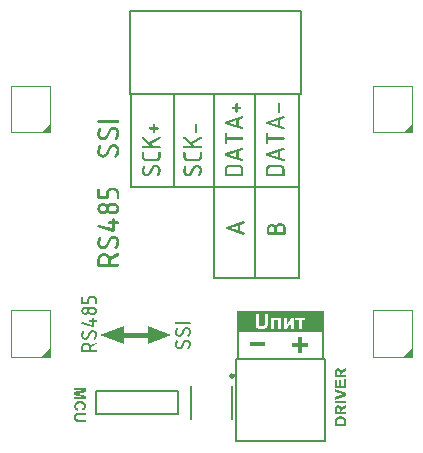
<source format=gto>
G04*
G04 #@! TF.GenerationSoftware,Altium Limited,Altium Designer,20.1.8 (145)*
G04*
G04 Layer_Color=16777215*
%FSLAX25Y25*%
%MOIN*%
G70*
G04*
G04 #@! TF.SameCoordinates,8766D331-E9FB-46AF-A3FE-A3E5BE2B0BC4*
G04*
G04*
G04 #@! TF.FilePolarity,Positive*
G04*
G01*
G75*
%ADD10C,0.01181*%
%ADD11C,0.00591*%
%ADD12C,0.00394*%
%ADD13C,0.01575*%
G36*
X361215Y344125D02*
X361209Y344119D01*
X358568D01*
Y344233D01*
X361215Y346881D01*
Y344125D01*
D02*
G37*
G36*
Y418928D02*
X361209Y418922D01*
X358568D01*
Y419037D01*
X361215Y421684D01*
Y418928D01*
D02*
G37*
G36*
X386020Y348383D02*
X378146Y351336D01*
X386020Y354289D01*
Y348383D01*
D02*
G37*
G36*
X481963Y418928D02*
X481957Y418922D01*
X479316D01*
Y419037D01*
X481963Y421684D01*
Y418928D01*
D02*
G37*
G36*
X401768Y351336D02*
X393894Y348383D01*
Y354289D01*
X401768Y351336D01*
D02*
G37*
G36*
X433165Y347580D02*
X427850D01*
Y348908D01*
X433165D01*
Y347580D01*
D02*
G37*
G36*
X481963Y344125D02*
X481957Y344119D01*
X479316D01*
Y344233D01*
X481963Y346881D01*
Y344125D01*
D02*
G37*
G36*
X445434Y348734D02*
X447423D01*
Y347378D01*
X445434D01*
Y345422D01*
X444111D01*
Y347378D01*
X442133D01*
Y348734D01*
X444111D01*
Y350690D01*
X445434D01*
Y348734D01*
D02*
G37*
G36*
X452681Y352375D02*
X423716D01*
Y359322D01*
X452681D01*
Y352375D01*
D02*
G37*
G36*
X460043Y339716D02*
X459224Y339170D01*
X459219Y339164D01*
X459202Y339159D01*
X459180Y339142D01*
X459153Y339121D01*
X459120Y339099D01*
X459077Y339071D01*
X458989Y339012D01*
X458891Y338941D01*
X458804Y338875D01*
X458722Y338815D01*
X458695Y338788D01*
X458667Y338766D01*
X458662Y338760D01*
X458651Y338749D01*
X458629Y338727D01*
X458602Y338700D01*
X458580Y338662D01*
X458553Y338624D01*
X458531Y338580D01*
X458509Y338536D01*
Y338531D01*
X458503Y338515D01*
X458493Y338487D01*
X458487Y338444D01*
X458476Y338389D01*
X458471Y338323D01*
X458465Y338247D01*
Y338001D01*
X460043D01*
Y337237D01*
X456265D01*
Y338941D01*
X456270Y338990D01*
Y339050D01*
X456276Y339110D01*
Y339181D01*
X456292Y339323D01*
X456308Y339470D01*
X456336Y339607D01*
X456352Y339667D01*
X456368Y339721D01*
Y339727D01*
X456374Y339732D01*
X456390Y339765D01*
X456418Y339814D01*
X456450Y339880D01*
X456505Y339951D01*
X456565Y340021D01*
X456641Y340092D01*
X456734Y340158D01*
X456740D01*
X456745Y340163D01*
X456762Y340174D01*
X456778Y340185D01*
X456833Y340213D01*
X456904Y340245D01*
X456991Y340273D01*
X457089Y340300D01*
X457204Y340322D01*
X457324Y340327D01*
X457330D01*
X457340D01*
X457368D01*
X457395Y340322D01*
X457433D01*
X457471Y340316D01*
X457570Y340295D01*
X457684Y340267D01*
X457799Y340224D01*
X457919Y340158D01*
X457974Y340120D01*
X458028Y340076D01*
X458034Y340071D01*
X458039Y340065D01*
X458056Y340049D01*
X458072Y340027D01*
X458094Y340005D01*
X458121Y339972D01*
X458148Y339934D01*
X458176Y339891D01*
X458209Y339841D01*
X458236Y339781D01*
X458263Y339721D01*
X458290Y339656D01*
X458318Y339579D01*
X458340Y339503D01*
X458361Y339421D01*
X458378Y339328D01*
Y339334D01*
X458383Y339339D01*
X458405Y339372D01*
X458432Y339416D01*
X458471Y339470D01*
X458520Y339536D01*
X458569Y339601D01*
X458629Y339672D01*
X458695Y339732D01*
X458700Y339738D01*
X458727Y339765D01*
X458771Y339798D01*
X458836Y339847D01*
X458918Y339912D01*
X458973Y339945D01*
X459027Y339983D01*
X459088Y340027D01*
X459153Y340071D01*
X459230Y340120D01*
X459306Y340169D01*
X460043Y340633D01*
Y339716D01*
D02*
G37*
G36*
Y333715D02*
X456265D01*
Y336516D01*
X456904D01*
Y334480D01*
X457739D01*
Y336374D01*
X458378D01*
Y334480D01*
X459404D01*
Y336587D01*
X460043D01*
Y333715D01*
D02*
G37*
G36*
Y331984D02*
Y331160D01*
X456265Y329806D01*
Y330630D01*
X459060Y331591D01*
X456265Y332514D01*
Y333328D01*
X460043Y331984D01*
D02*
G37*
G36*
Y328697D02*
X456265D01*
Y329462D01*
X460043D01*
Y328697D01*
D02*
G37*
G36*
Y327393D02*
X459224Y326847D01*
X459219Y326841D01*
X459202Y326836D01*
X459180Y326819D01*
X459153Y326797D01*
X459120Y326776D01*
X459077Y326748D01*
X458989Y326688D01*
X458891Y326617D01*
X458804Y326552D01*
X458722Y326492D01*
X458695Y326464D01*
X458667Y326443D01*
X458662Y326437D01*
X458651Y326426D01*
X458629Y326404D01*
X458602Y326377D01*
X458580Y326339D01*
X458553Y326301D01*
X458531Y326257D01*
X458509Y326213D01*
Y326208D01*
X458503Y326191D01*
X458493Y326164D01*
X458487Y326120D01*
X458476Y326066D01*
X458471Y326000D01*
X458465Y325924D01*
Y325678D01*
X460043D01*
Y324914D01*
X456265D01*
Y326617D01*
X456270Y326666D01*
Y326727D01*
X456276Y326786D01*
Y326857D01*
X456292Y326999D01*
X456308Y327147D01*
X456336Y327283D01*
X456352Y327343D01*
X456368Y327398D01*
Y327403D01*
X456374Y327409D01*
X456390Y327442D01*
X456418Y327491D01*
X456450Y327556D01*
X456505Y327627D01*
X456565Y327698D01*
X456641Y327769D01*
X456734Y327835D01*
X456740D01*
X456745Y327840D01*
X456762Y327851D01*
X456778Y327862D01*
X456833Y327889D01*
X456904Y327922D01*
X456991Y327950D01*
X457089Y327977D01*
X457204Y327999D01*
X457324Y328004D01*
X457330D01*
X457340D01*
X457368D01*
X457395Y327999D01*
X457433D01*
X457471Y327993D01*
X457570Y327971D01*
X457684Y327944D01*
X457799Y327900D01*
X457919Y327835D01*
X457974Y327797D01*
X458028Y327753D01*
X458034Y327748D01*
X458039Y327742D01*
X458056Y327726D01*
X458072Y327704D01*
X458094Y327682D01*
X458121Y327649D01*
X458148Y327611D01*
X458176Y327567D01*
X458209Y327518D01*
X458236Y327458D01*
X458263Y327398D01*
X458290Y327332D01*
X458318Y327256D01*
X458340Y327180D01*
X458361Y327098D01*
X458378Y327005D01*
Y327010D01*
X458383Y327016D01*
X458405Y327049D01*
X458432Y327092D01*
X458471Y327147D01*
X458520Y327212D01*
X458569Y327278D01*
X458629Y327349D01*
X458695Y327409D01*
X458700Y327414D01*
X458727Y327442D01*
X458771Y327474D01*
X458836Y327524D01*
X458918Y327589D01*
X458973Y327622D01*
X459027Y327660D01*
X459088Y327704D01*
X459153Y327748D01*
X459230Y327797D01*
X459306Y327846D01*
X460043Y328310D01*
Y327393D01*
D02*
G37*
G36*
X458312Y324258D02*
X458356D01*
X458411Y324253D01*
X458471Y324248D01*
X458596Y324237D01*
X458727Y324215D01*
X458864Y324182D01*
X458995Y324144D01*
X459000D01*
X459011Y324138D01*
X459033Y324128D01*
X459066Y324117D01*
X459098Y324106D01*
X459137Y324084D01*
X459235Y324040D01*
X459339Y323986D01*
X459453Y323915D01*
X459563Y323833D01*
X459666Y323740D01*
X459677Y323729D01*
X459699Y323702D01*
X459732Y323658D01*
X459776Y323598D01*
X459825Y323521D01*
X459874Y323434D01*
X459923Y323325D01*
X459967Y323205D01*
Y323199D01*
X459972Y323194D01*
Y323177D01*
X459978Y323161D01*
X459988Y323101D01*
X460005Y323025D01*
X460021Y322932D01*
X460032Y322817D01*
X460038Y322681D01*
X460043Y322533D01*
Y321103D01*
X456265D01*
Y322610D01*
X456270Y322653D01*
X456276Y322757D01*
X456281Y322872D01*
X456297Y322992D01*
X456314Y323107D01*
X456341Y323210D01*
Y323216D01*
X456347Y323227D01*
X456352Y323243D01*
X456358Y323265D01*
X456385Y323330D01*
X456423Y323407D01*
X456472Y323494D01*
X456532Y323592D01*
X456603Y323685D01*
X456691Y323778D01*
Y323783D01*
X456702Y323789D01*
X456734Y323816D01*
X456789Y323860D01*
X456860Y323909D01*
X456947Y323969D01*
X457051Y324029D01*
X457171Y324089D01*
X457302Y324138D01*
X457308D01*
X457318Y324144D01*
X457340Y324149D01*
X457368Y324160D01*
X457401Y324166D01*
X457444Y324177D01*
X457493Y324188D01*
X457548Y324204D01*
X457608Y324215D01*
X457679Y324226D01*
X457750Y324237D01*
X457832Y324242D01*
X458001Y324258D01*
X458192Y324264D01*
X458198D01*
X458214D01*
X458236D01*
X458269D01*
X458312Y324258D01*
D02*
G37*
G36*
X373219Y332539D02*
X370636Y331862D01*
X373219Y331190D01*
Y330044D01*
X369440D01*
Y330748D01*
X372411Y330753D01*
X369440Y331496D01*
Y332233D01*
X372411Y332976D01*
X369440D01*
Y333680D01*
X373219D01*
Y332539D01*
D02*
G37*
G36*
X371390Y329399D02*
X371455D01*
X371532Y329388D01*
X371624Y329378D01*
X371723Y329367D01*
X371837Y329345D01*
X371952Y329317D01*
X372072Y329285D01*
X372192Y329246D01*
X372318Y329197D01*
X372438Y329143D01*
X372553Y329077D01*
X372662Y329006D01*
X372765Y328919D01*
X372771Y328913D01*
X372787Y328897D01*
X372815Y328870D01*
X372847Y328832D01*
X372886Y328782D01*
X372929Y328722D01*
X372978Y328657D01*
X373028Y328575D01*
X373077Y328487D01*
X373126Y328395D01*
X373169Y328286D01*
X373208Y328176D01*
X373240Y328051D01*
X373268Y327925D01*
X373284Y327783D01*
X373290Y327641D01*
Y327576D01*
X373284Y327526D01*
X373279Y327467D01*
X373268Y327401D01*
X373257Y327325D01*
X373240Y327243D01*
X373219Y327155D01*
X373191Y327062D01*
X373159Y326970D01*
X373115Y326871D01*
X373071Y326779D01*
X373017Y326691D01*
X372951Y326598D01*
X372880Y326516D01*
Y326511D01*
X372869Y326505D01*
X372853Y326489D01*
X372836Y326473D01*
X372809Y326451D01*
X372776Y326429D01*
X372700Y326369D01*
X372602Y326309D01*
X372482Y326243D01*
X372345Y326183D01*
X372187Y326129D01*
X372007Y326882D01*
X372012D01*
X372018Y326888D01*
X372034D01*
X372056Y326899D01*
X372105Y326915D01*
X372170Y326942D01*
X372247Y326980D01*
X372323Y327030D01*
X372400Y327095D01*
X372465Y327166D01*
X372471Y327177D01*
X372493Y327204D01*
X372520Y327248D01*
X372553Y327308D01*
X372585Y327385D01*
X372613Y327472D01*
X372635Y327570D01*
X372640Y327679D01*
Y327718D01*
X372635Y327750D01*
X372629Y327783D01*
X372623Y327827D01*
X372602Y327920D01*
X372564Y328029D01*
X372509Y328144D01*
X372476Y328204D01*
X372438Y328258D01*
X372389Y328313D01*
X372334Y328362D01*
X372329D01*
X372318Y328373D01*
X372301Y328384D01*
X372274Y328400D01*
X372241Y328422D01*
X372203Y328444D01*
X372154Y328466D01*
X372099Y328487D01*
X372034Y328515D01*
X371963Y328537D01*
X371881Y328558D01*
X371794Y328580D01*
X371695Y328597D01*
X371592Y328608D01*
X371477Y328613D01*
X371351Y328619D01*
X371346D01*
X371319D01*
X371280D01*
X371237Y328613D01*
X371177D01*
X371106Y328602D01*
X371035Y328597D01*
X370953Y328586D01*
X370783Y328553D01*
X370614Y328509D01*
X370532Y328482D01*
X370456Y328444D01*
X370385Y328406D01*
X370325Y328362D01*
X370319Y328357D01*
X370314Y328351D01*
X370298Y328335D01*
X370276Y328313D01*
X370232Y328258D01*
X370178Y328182D01*
X370117Y328089D01*
X370074Y327974D01*
X370036Y327843D01*
X370030Y327772D01*
X370025Y327696D01*
Y327668D01*
X370030Y327647D01*
X370036Y327587D01*
X370046Y327516D01*
X370074Y327439D01*
X370107Y327352D01*
X370150Y327264D01*
X370216Y327177D01*
X370227Y327166D01*
X370254Y327139D01*
X370298Y327101D01*
X370363Y327057D01*
X370450Y327002D01*
X370554Y326953D01*
X370680Y326904D01*
X370827Y326860D01*
X370598Y326118D01*
X370592D01*
X370571Y326123D01*
X370538Y326134D01*
X370494Y326151D01*
X370445Y326172D01*
X370385Y326194D01*
X370319Y326222D01*
X370249Y326254D01*
X370101Y326331D01*
X369948Y326429D01*
X369801Y326549D01*
X369735Y326615D01*
X369675Y326686D01*
X369670Y326691D01*
X369664Y326702D01*
X369648Y326724D01*
X369626Y326757D01*
X369604Y326795D01*
X369582Y326844D01*
X369555Y326899D01*
X369528Y326959D01*
X369495Y327030D01*
X369468Y327106D01*
X369446Y327188D01*
X369424Y327275D01*
X369402Y327368D01*
X369386Y327472D01*
X369380Y327576D01*
X369375Y327690D01*
Y327723D01*
X369380Y327761D01*
X369386Y327816D01*
X369391Y327876D01*
X369402Y327952D01*
X369419Y328034D01*
X369440Y328127D01*
X369468Y328220D01*
X369500Y328318D01*
X369544Y328422D01*
X369593Y328526D01*
X369648Y328629D01*
X369719Y328733D01*
X369795Y328832D01*
X369888Y328924D01*
X369894Y328930D01*
X369910Y328946D01*
X369943Y328968D01*
X369981Y329001D01*
X370036Y329033D01*
X370096Y329077D01*
X370172Y329121D01*
X370259Y329165D01*
X370352Y329208D01*
X370456Y329252D01*
X370576Y329296D01*
X370702Y329328D01*
X370833Y329361D01*
X370980Y329383D01*
X371133Y329399D01*
X371297Y329405D01*
X371302D01*
X371308D01*
X371340D01*
X371390Y329399D01*
D02*
G37*
G36*
X373219Y324704D02*
X371166D01*
X371160D01*
X371144D01*
X371122D01*
X371089D01*
X371046D01*
X371002D01*
X370904Y324698D01*
X370795D01*
X370691Y324693D01*
X370642Y324687D01*
X370598D01*
X370565Y324682D01*
X370532Y324676D01*
X370521D01*
X370494Y324665D01*
X370450Y324649D01*
X370396Y324627D01*
X370336Y324600D01*
X370276Y324556D01*
X370210Y324507D01*
X370156Y324447D01*
X370150Y324436D01*
X370134Y324414D01*
X370112Y324371D01*
X370090Y324316D01*
X370063Y324240D01*
X370041Y324152D01*
X370025Y324054D01*
X370019Y323939D01*
Y323885D01*
X370025Y323830D01*
X370036Y323759D01*
X370052Y323677D01*
X370074Y323601D01*
X370107Y323519D01*
X370150Y323453D01*
X370156Y323448D01*
X370172Y323426D01*
X370199Y323399D01*
X370237Y323366D01*
X370287Y323333D01*
X370341Y323301D01*
X370401Y323273D01*
X370472Y323257D01*
X370483D01*
X370511Y323251D01*
X370560Y323246D01*
X370625Y323235D01*
X370669D01*
X370718Y323230D01*
X370773D01*
X370827Y323224D01*
X370893D01*
X370964Y323219D01*
X371040D01*
X371122D01*
X373219D01*
Y322454D01*
X371226D01*
X371220D01*
X371199D01*
X371160D01*
X371117D01*
X371062D01*
X370996Y322460D01*
X370925D01*
X370854D01*
X370696Y322471D01*
X370532Y322481D01*
X370461Y322487D01*
X370390Y322498D01*
X370325Y322509D01*
X370265Y322520D01*
X370259D01*
X370254Y322525D01*
X370237D01*
X370221Y322531D01*
X370167Y322547D01*
X370101Y322569D01*
X370025Y322602D01*
X369948Y322640D01*
X369866Y322689D01*
X369790Y322749D01*
X369779Y322755D01*
X369757Y322776D01*
X369724Y322815D01*
X369681Y322864D01*
X369632Y322929D01*
X369582Y323006D01*
X369528Y323093D01*
X369484Y323191D01*
Y323197D01*
X369479Y323202D01*
X369473Y323219D01*
X369468Y323240D01*
X369457Y323268D01*
X369446Y323301D01*
X369435Y323344D01*
X369429Y323388D01*
X369408Y323492D01*
X369386Y323617D01*
X369375Y323759D01*
X369369Y323918D01*
Y324005D01*
X369375Y324054D01*
Y324103D01*
X369380Y324163D01*
X369386Y324223D01*
X369397Y324354D01*
X369419Y324491D01*
X369451Y324627D01*
X369468Y324687D01*
X369490Y324742D01*
Y324747D01*
X369495Y324753D01*
X369511Y324786D01*
X369539Y324840D01*
X369577Y324900D01*
X369626Y324971D01*
X369681Y325048D01*
X369746Y325119D01*
X369817Y325184D01*
X369828Y325190D01*
X369850Y325212D01*
X369894Y325239D01*
X369948Y325272D01*
X370008Y325304D01*
X370079Y325342D01*
X370156Y325370D01*
X370237Y325397D01*
X370243D01*
X370254Y325403D01*
X370270D01*
X370298Y325408D01*
X370330Y325413D01*
X370374Y325419D01*
X370423Y325424D01*
X370478Y325430D01*
X370543Y325441D01*
X370614Y325446D01*
X370691Y325452D01*
X370778Y325457D01*
X370871Y325463D01*
X370975D01*
X371084Y325468D01*
X371199D01*
X373219D01*
Y324704D01*
D02*
G37*
G36*
X375733Y364479D02*
X375842Y364470D01*
X375969Y364442D01*
X376124Y364388D01*
X376279Y364315D01*
X376443Y364224D01*
X376525Y364160D01*
X376598Y364087D01*
X376616Y364069D01*
X376662Y364014D01*
X376726Y363932D01*
X376789Y363814D01*
X376862Y363677D01*
X376926Y363513D01*
X376972Y363331D01*
X376981Y363231D01*
X376990Y363131D01*
Y362092D01*
X376981Y362056D01*
X376972Y362010D01*
X376944Y361946D01*
X376908Y361883D01*
X376844Y361837D01*
X376762Y361801D01*
X376653Y361782D01*
X376635D01*
X376598Y361791D01*
X376553Y361801D01*
X376489Y361828D01*
X376425Y361864D01*
X376379Y361919D01*
X376343Y362001D01*
X376325Y362110D01*
Y363176D01*
X376316Y363231D01*
X376297Y363295D01*
X376279Y363377D01*
X376243Y363450D01*
X376197Y363531D01*
X376133Y363614D01*
X376124Y363623D01*
X376097Y363641D01*
X376051Y363677D01*
X375997Y363714D01*
X375924Y363750D01*
X375842Y363787D01*
X375742Y363805D01*
X375641Y363814D01*
X375131D01*
X375122D01*
X375086D01*
X375031Y363805D01*
X374967Y363787D01*
X374885Y363768D01*
X374813Y363732D01*
X374730Y363677D01*
X374648Y363614D01*
X374639Y363604D01*
X374621Y363577D01*
X374585Y363531D01*
X374548Y363477D01*
X374512Y363404D01*
X374475Y363322D01*
X374457Y363231D01*
X374448Y363131D01*
Y362092D01*
X374439Y362056D01*
X374430Y362010D01*
X374402Y361946D01*
X374366Y361883D01*
X374311Y361837D01*
X374229Y361801D01*
X374120Y361782D01*
X372079D01*
X372061D01*
X372025Y361791D01*
X371979Y361801D01*
X371916Y361828D01*
X371852Y361864D01*
X371806Y361919D01*
X371770Y362001D01*
X371751Y362110D01*
Y363914D01*
X371761Y363951D01*
X371770Y364005D01*
X371788Y364069D01*
X371833Y364124D01*
X371888Y364178D01*
X371970Y364215D01*
X372079Y364233D01*
X372098D01*
X372134Y364224D01*
X372189Y364215D01*
X372243Y364187D01*
X372307Y364151D01*
X372362Y364087D01*
X372398Y364005D01*
X372416Y363896D01*
Y362457D01*
X373783D01*
Y363185D01*
X373792Y363222D01*
X373801Y363331D01*
X373829Y363459D01*
X373883Y363614D01*
X373956Y363768D01*
X374047Y363932D01*
X374111Y364014D01*
X374184Y364087D01*
Y364096D01*
X374202Y364106D01*
X374257Y364151D01*
X374339Y364215D01*
X374448Y364288D01*
X374594Y364360D01*
X374749Y364424D01*
X374931Y364470D01*
X375031Y364488D01*
X375131D01*
X375641D01*
X375651D01*
X375669D01*
X375696D01*
X375733Y364479D01*
D02*
G37*
G36*
Y360844D02*
X375842Y360835D01*
X375969Y360808D01*
X376124Y360753D01*
X376279Y360680D01*
X376443Y360589D01*
X376525Y360525D01*
X376598Y360452D01*
X376616Y360434D01*
X376662Y360380D01*
X376726Y360297D01*
X376789Y360188D01*
X376862Y360051D01*
X376926Y359888D01*
X376972Y359696D01*
X376981Y359596D01*
X376990Y359496D01*
Y359441D01*
X376981Y359405D01*
X376972Y359295D01*
X376944Y359168D01*
X376890Y359013D01*
X376826Y358858D01*
X376726Y358694D01*
X376671Y358612D01*
X376598Y358539D01*
X376589D01*
X376580Y358521D01*
X376525Y358475D01*
X376443Y358412D01*
X376334Y358348D01*
X376188Y358275D01*
X376033Y358211D01*
X375842Y358166D01*
X375742Y358157D01*
X375641Y358148D01*
X375131D01*
X375122D01*
X375104D01*
X375067D01*
X375022Y358157D01*
X374967Y358166D01*
X374904Y358175D01*
X374758Y358211D01*
X374594Y358266D01*
X374421Y358357D01*
X374339Y358421D01*
X374266Y358485D01*
X374184Y358558D01*
X374120Y358649D01*
Y358640D01*
X374102Y358630D01*
X374056Y358567D01*
X373974Y358494D01*
X373865Y358403D01*
X373719Y358302D01*
X373546Y358229D01*
X373337Y358166D01*
X373218Y358157D01*
X373100Y358148D01*
X373091D01*
X373073D01*
X373045D01*
X373009Y358157D01*
X372899Y358166D01*
X372772Y358193D01*
X372626Y358248D01*
X372462Y358312D01*
X372307Y358412D01*
X372225Y358466D01*
X372152Y358539D01*
X372143Y358548D01*
X372134Y358558D01*
X372089Y358612D01*
X372025Y358694D01*
X371952Y358803D01*
X371879Y358949D01*
X371815Y359104D01*
X371770Y359295D01*
X371751Y359396D01*
Y359550D01*
X371761Y359587D01*
X371770Y359696D01*
X371797Y359824D01*
X371852Y359979D01*
X371925Y360134D01*
X372016Y360297D01*
X372079Y360380D01*
X372152Y360452D01*
Y360461D01*
X372171Y360471D01*
X372225Y360516D01*
X372307Y360580D01*
X372416Y360653D01*
X372553Y360726D01*
X372717Y360789D01*
X372899Y360835D01*
X373000Y360853D01*
X373100D01*
X373109D01*
X373127D01*
X373164D01*
X373209Y360844D01*
X373264Y360835D01*
X373327Y360826D01*
X373482Y360789D01*
X373646Y360726D01*
X373810Y360634D01*
X373902Y360580D01*
X373974Y360516D01*
X374047Y360434D01*
X374120Y360343D01*
X374129Y360361D01*
X374166Y360398D01*
X374220Y360461D01*
X374293Y360534D01*
X374384Y360607D01*
X374503Y360689D01*
X374630Y360753D01*
X374785Y360799D01*
X374794D01*
X374831Y360808D01*
X374885Y360817D01*
X374967Y360826D01*
X375086Y360835D01*
X375232Y360844D01*
X375323D01*
X375423Y360853D01*
X375523D01*
X375641D01*
X375651D01*
X375669D01*
X375696D01*
X375733Y360844D01*
D02*
G37*
G36*
X375687Y357191D02*
X375742Y357182D01*
X375796Y357154D01*
X375860Y357118D01*
X375915Y357054D01*
X375951Y356972D01*
X375969Y356863D01*
Y356444D01*
X376653D01*
X376671D01*
X376707Y356435D01*
X376762Y356426D01*
X376817Y356398D01*
X376880Y356362D01*
X376935Y356298D01*
X376972Y356216D01*
X376990Y356107D01*
Y356089D01*
X376981Y356052D01*
X376972Y355998D01*
X376944Y355943D01*
X376908Y355879D01*
X376844Y355824D01*
X376762Y355788D01*
X376653Y355770D01*
X375969D01*
Y354303D01*
X375960Y354267D01*
X375951Y354221D01*
X375924Y354157D01*
X375887Y354094D01*
X375833Y354048D01*
X375751Y354012D01*
X375641Y353993D01*
X375632D01*
X375605D01*
X375550Y354002D01*
X371997Y355014D01*
X371988D01*
X371961Y355032D01*
X371916Y355050D01*
X371870Y355087D01*
X371833Y355123D01*
X371788Y355187D01*
X371761Y355251D01*
X371751Y355342D01*
Y355360D01*
X371761Y355396D01*
X371770Y355451D01*
X371797Y355515D01*
X371833Y355569D01*
X371897Y355624D01*
X371979Y355661D01*
X372089Y355679D01*
X372098D01*
X372116D01*
X372152Y355670D01*
X372207Y355651D01*
X375304Y354749D01*
Y355770D01*
X374612D01*
X374594D01*
X374557Y355779D01*
X374512Y355788D01*
X374448Y355815D01*
X374384Y355852D01*
X374339Y355916D01*
X374302Y355998D01*
X374284Y356107D01*
Y356125D01*
X374293Y356161D01*
X374302Y356216D01*
X374321Y356280D01*
X374366Y356335D01*
X374421Y356389D01*
X374503Y356426D01*
X374612Y356444D01*
X375304D01*
Y356881D01*
X375313Y356918D01*
X375323Y356972D01*
X375341Y357036D01*
X375386Y357091D01*
X375441Y357145D01*
X375523Y357182D01*
X375632Y357200D01*
X375651D01*
X375687Y357191D01*
D02*
G37*
G36*
X375733Y353046D02*
X375842Y353037D01*
X375969Y353010D01*
X376115Y352955D01*
X376279Y352882D01*
X376443Y352791D01*
X376525Y352727D01*
X376598Y352654D01*
X376616Y352636D01*
X376662Y352581D01*
X376726Y352499D01*
X376789Y352381D01*
X376862Y352244D01*
X376926Y352080D01*
X376972Y351898D01*
X376981Y351798D01*
X376990Y351698D01*
Y351606D01*
X376981Y351534D01*
X376972Y351452D01*
X376962Y351351D01*
X376944Y351242D01*
X376917Y351124D01*
X376853Y350850D01*
X376808Y350714D01*
X376753Y350568D01*
X376689Y350413D01*
X376607Y350267D01*
X376525Y350122D01*
X376425Y349976D01*
X376416Y349967D01*
X376407Y349958D01*
X376352Y349912D01*
X376261Y349857D01*
X376206Y349848D01*
X376152Y349839D01*
X376143D01*
X376124D01*
X376070Y349848D01*
X375997Y349876D01*
X375924Y349930D01*
X375915Y349939D01*
X375906Y349949D01*
X375869Y349994D01*
X375842Y350076D01*
X375824Y350122D01*
Y350185D01*
X375833Y350222D01*
X375842Y350276D01*
X375869Y350340D01*
X375878Y350349D01*
X375897Y350386D01*
X375924Y350441D01*
X375969Y350522D01*
X376024Y350623D01*
X376088Y350741D01*
X376152Y350887D01*
X376234Y351051D01*
Y351060D01*
X376252Y351105D01*
X376261Y351160D01*
X376279Y351242D01*
X376297Y351333D01*
X376307Y351443D01*
X376325Y351570D01*
Y351743D01*
X376316Y351798D01*
X376297Y351862D01*
X376279Y351935D01*
X376243Y352016D01*
X376188Y352089D01*
X376124Y352171D01*
X376115Y352181D01*
X376088Y352208D01*
X376042Y352235D01*
X375988Y352281D01*
X375915Y352317D01*
X375833Y352344D01*
X375742Y352372D01*
X375641Y352381D01*
X375632D01*
X375623D01*
X375578D01*
X375505Y352363D01*
X375414Y352344D01*
X375313Y352308D01*
X375213Y352262D01*
X375122Y352190D01*
X375040Y352089D01*
X374302Y350568D01*
X374293Y350559D01*
X374284Y350541D01*
X374266Y350504D01*
X374229Y350459D01*
X374193Y350395D01*
X374138Y350340D01*
X374084Y350267D01*
X374011Y350204D01*
X373929Y350140D01*
X373847Y350067D01*
X373747Y350012D01*
X373637Y349958D01*
X373519Y349903D01*
X373391Y349867D01*
X373246Y349848D01*
X373100Y349839D01*
X373091D01*
X373073D01*
X373045D01*
X373009Y349848D01*
X372899Y349857D01*
X372772Y349885D01*
X372626Y349939D01*
X372462Y350003D01*
X372307Y350103D01*
X372225Y350158D01*
X372152Y350231D01*
X372143Y350240D01*
X372134Y350249D01*
X372089Y350304D01*
X372025Y350386D01*
X371952Y350495D01*
X371879Y350641D01*
X371815Y350796D01*
X371770Y350987D01*
X371751Y351087D01*
Y351342D01*
X371761Y351415D01*
X371770Y351506D01*
X371779Y351606D01*
X371788Y351707D01*
X371824Y351935D01*
X371870Y352171D01*
X371943Y352399D01*
X371988Y352499D01*
X372043Y352600D01*
X372052Y352609D01*
X372061Y352627D01*
X372089Y352663D01*
X372125Y352700D01*
X372216Y352764D01*
X372280Y352782D01*
X372344Y352791D01*
X372353D01*
X372362D01*
X372426Y352782D01*
X372498Y352745D01*
X372544Y352727D01*
X372581Y352691D01*
X372599Y352672D01*
X372626Y352627D01*
X372662Y352554D01*
X372672Y352508D01*
X372681Y352454D01*
Y352445D01*
X372672Y352417D01*
X372662Y352372D01*
X372644Y352317D01*
Y352308D01*
X372635Y352290D01*
X372626Y352262D01*
X372608Y352217D01*
X372590Y352171D01*
X372571Y352108D01*
X372526Y351962D01*
X372489Y351789D01*
X372453Y351597D01*
X372426Y351397D01*
X372416Y351187D01*
Y351142D01*
X372426Y351087D01*
X372444Y351024D01*
X372462Y350941D01*
X372498Y350869D01*
X372553Y350787D01*
X372617Y350705D01*
X372626Y350695D01*
X372653Y350677D01*
X372699Y350641D01*
X372754Y350613D01*
X372827Y350577D01*
X372908Y350541D01*
X373000Y350522D01*
X373100Y350513D01*
X373109D01*
X373118D01*
X373173Y350522D01*
X373246Y350532D01*
X373337Y350559D01*
X373437Y350604D01*
X373537Y350668D01*
X373628Y350759D01*
X373710Y350878D01*
X374448Y352308D01*
Y352317D01*
X374466Y352344D01*
X374484Y352381D01*
X374521Y352426D01*
X374557Y352481D01*
X374612Y352545D01*
X374676Y352609D01*
X374740Y352681D01*
X374822Y352754D01*
X374904Y352818D01*
X375004Y352882D01*
X375113Y352937D01*
X375232Y352982D01*
X375359Y353028D01*
X375496Y353046D01*
X375641Y353055D01*
X375651D01*
X375669D01*
X375696D01*
X375733Y353046D01*
D02*
G37*
G36*
X376735Y348892D02*
X376808Y348855D01*
X376853Y348828D01*
X376890Y348792D01*
X376908Y348773D01*
X376935Y348728D01*
X376972Y348646D01*
X376981Y348600D01*
X376990Y348555D01*
Y348518D01*
X376981Y348482D01*
X376962Y348436D01*
X376944Y348391D01*
X376917Y348336D01*
X376871Y348290D01*
X376808Y348245D01*
X374958Y347325D01*
Y346359D01*
X376662D01*
X376680D01*
X376716Y346350D01*
X376762Y346341D01*
X376826Y346314D01*
X376890Y346277D01*
X376935Y346213D01*
X376972Y346131D01*
X376990Y346022D01*
Y346004D01*
X376981Y345968D01*
X376972Y345913D01*
X376944Y345858D01*
X376908Y345794D01*
X376853Y345740D01*
X376771Y345703D01*
X376662Y345685D01*
X372079D01*
X372061D01*
X372025Y345694D01*
X371979Y345703D01*
X371916Y345731D01*
X371852Y345767D01*
X371806Y345822D01*
X371770Y345904D01*
X371751Y346013D01*
Y347352D01*
X371761Y347398D01*
X371770Y347462D01*
X371779Y347525D01*
X371806Y347680D01*
X371870Y347862D01*
X371952Y348054D01*
X372007Y348154D01*
X372070Y348245D01*
X372143Y348336D01*
X372225Y348427D01*
X372234Y348436D01*
X372243Y348445D01*
X372271Y348473D01*
X372307Y348500D01*
X372353Y348536D01*
X372407Y348573D01*
X372544Y348664D01*
X372708Y348755D01*
X372899Y348828D01*
X373118Y348883D01*
X373236Y348892D01*
X373355Y348901D01*
X373364D01*
X373400D01*
X373455Y348892D01*
X373528Y348883D01*
X373619Y348873D01*
X373719Y348855D01*
X373829Y348819D01*
X373947Y348782D01*
X374075Y348737D01*
X374193Y348673D01*
X374321Y348600D01*
X374439Y348509D01*
X374548Y348400D01*
X374648Y348281D01*
X374740Y348136D01*
X374813Y347972D01*
X376516Y348855D01*
X376525Y348864D01*
X376562Y348883D01*
X376607Y348892D01*
X376662Y348901D01*
X376671D01*
X376680D01*
X376735Y348892D01*
D02*
G37*
G36*
X407991Y355643D02*
X408036Y355633D01*
X408100Y355606D01*
X408164Y355570D01*
X408209Y355506D01*
X408246Y355424D01*
X408264Y355315D01*
Y355296D01*
X408255Y355260D01*
X408246Y355205D01*
X408218Y355151D01*
X408182Y355087D01*
X408127Y355032D01*
X408045Y354996D01*
X407936Y354978D01*
X403354D01*
X403335D01*
X403299Y354987D01*
X403253Y354996D01*
X403190Y355023D01*
X403126Y355060D01*
X403080Y355123D01*
X403044Y355205D01*
X403025Y355315D01*
Y355333D01*
X403035Y355369D01*
X403044Y355424D01*
X403062Y355488D01*
X403108Y355542D01*
X403162Y355597D01*
X403244Y355633D01*
X403354Y355652D01*
X407936D01*
X407954D01*
X407991Y355643D01*
D02*
G37*
G36*
X407007Y354030D02*
X407116Y354021D01*
X407243Y353994D01*
X407389Y353939D01*
X407553Y353866D01*
X407717Y353775D01*
X407799Y353711D01*
X407872Y353639D01*
X407890Y353620D01*
X407936Y353566D01*
X408000Y353484D01*
X408063Y353365D01*
X408136Y353228D01*
X408200Y353064D01*
X408246Y352882D01*
X408255Y352782D01*
X408264Y352682D01*
Y352591D01*
X408255Y352518D01*
X408246Y352436D01*
X408237Y352336D01*
X408218Y352226D01*
X408191Y352108D01*
X408127Y351835D01*
X408082Y351698D01*
X408027Y351552D01*
X407963Y351397D01*
X407881Y351252D01*
X407799Y351106D01*
X407699Y350960D01*
X407690Y350951D01*
X407681Y350942D01*
X407626Y350896D01*
X407535Y350842D01*
X407480Y350833D01*
X407426Y350823D01*
X407417D01*
X407398D01*
X407344Y350833D01*
X407271Y350860D01*
X407198Y350915D01*
X407189Y350924D01*
X407180Y350933D01*
X407143Y350978D01*
X407116Y351060D01*
X407098Y351106D01*
Y351170D01*
X407107Y351206D01*
X407116Y351261D01*
X407143Y351325D01*
X407152Y351334D01*
X407171Y351370D01*
X407198Y351425D01*
X407243Y351507D01*
X407298Y351607D01*
X407362Y351725D01*
X407426Y351871D01*
X407508Y352035D01*
Y352044D01*
X407526Y352090D01*
X407535Y352144D01*
X407553Y352226D01*
X407571Y352318D01*
X407581Y352427D01*
X407599Y352554D01*
Y352727D01*
X407590Y352782D01*
X407571Y352846D01*
X407553Y352919D01*
X407517Y353001D01*
X407462Y353074D01*
X407398Y353156D01*
X407389Y353165D01*
X407362Y353192D01*
X407316Y353219D01*
X407262Y353265D01*
X407189Y353301D01*
X407107Y353329D01*
X407016Y353356D01*
X406916Y353365D01*
X406906D01*
X406897D01*
X406852D01*
X406779Y353347D01*
X406688Y353329D01*
X406588Y353292D01*
X406487Y353247D01*
X406396Y353174D01*
X406314Y353074D01*
X405576Y351552D01*
X405567Y351543D01*
X405558Y351525D01*
X405540Y351488D01*
X405504Y351443D01*
X405467Y351379D01*
X405412Y351325D01*
X405358Y351252D01*
X405285Y351188D01*
X405203Y351124D01*
X405121Y351051D01*
X405021Y350996D01*
X404911Y350942D01*
X404793Y350887D01*
X404665Y350851D01*
X404520Y350833D01*
X404374Y350823D01*
X404365D01*
X404347D01*
X404319D01*
X404283Y350833D01*
X404173Y350842D01*
X404046Y350869D01*
X403900Y350924D01*
X403736Y350987D01*
X403581Y351088D01*
X403499Y351142D01*
X403426Y351215D01*
X403417Y351224D01*
X403408Y351233D01*
X403363Y351288D01*
X403299Y351370D01*
X403226Y351479D01*
X403153Y351625D01*
X403089Y351780D01*
X403044Y351971D01*
X403025Y352071D01*
Y352327D01*
X403035Y352399D01*
X403044Y352491D01*
X403053Y352591D01*
X403062Y352691D01*
X403098Y352919D01*
X403144Y353156D01*
X403217Y353383D01*
X403262Y353484D01*
X403317Y353584D01*
X403326Y353593D01*
X403335Y353611D01*
X403363Y353648D01*
X403399Y353684D01*
X403490Y353748D01*
X403554Y353766D01*
X403618Y353775D01*
X403627D01*
X403636D01*
X403700Y353766D01*
X403773Y353730D01*
X403818Y353711D01*
X403855Y353675D01*
X403873Y353657D01*
X403900Y353611D01*
X403936Y353538D01*
X403946Y353493D01*
X403955Y353438D01*
Y353429D01*
X403946Y353402D01*
X403936Y353356D01*
X403918Y353301D01*
Y353292D01*
X403909Y353274D01*
X403900Y353247D01*
X403882Y353201D01*
X403864Y353156D01*
X403845Y353092D01*
X403800Y352946D01*
X403763Y352773D01*
X403727Y352582D01*
X403700Y352381D01*
X403691Y352172D01*
Y352126D01*
X403700Y352071D01*
X403718Y352008D01*
X403736Y351926D01*
X403773Y351853D01*
X403827Y351771D01*
X403891Y351689D01*
X403900Y351680D01*
X403927Y351662D01*
X403973Y351625D01*
X404028Y351598D01*
X404101Y351561D01*
X404182Y351525D01*
X404274Y351507D01*
X404374Y351498D01*
X404383D01*
X404392D01*
X404447Y351507D01*
X404520Y351516D01*
X404611Y351543D01*
X404711Y351589D01*
X404811Y351653D01*
X404902Y351744D01*
X404984Y351862D01*
X405722Y353292D01*
Y353301D01*
X405740Y353329D01*
X405758Y353365D01*
X405795Y353411D01*
X405831Y353465D01*
X405886Y353529D01*
X405950Y353593D01*
X406014Y353666D01*
X406096Y353739D01*
X406178Y353802D01*
X406278Y353866D01*
X406387Y353921D01*
X406505Y353966D01*
X406633Y354012D01*
X406770Y354030D01*
X406916Y354039D01*
X406925D01*
X406943D01*
X406970D01*
X407007Y354030D01*
D02*
G37*
G36*
Y349876D02*
X407116Y349867D01*
X407243Y349840D01*
X407389Y349785D01*
X407553Y349712D01*
X407717Y349621D01*
X407799Y349557D01*
X407872Y349484D01*
X407890Y349466D01*
X407936Y349411D01*
X408000Y349329D01*
X408063Y349211D01*
X408136Y349074D01*
X408200Y348910D01*
X408246Y348728D01*
X408255Y348628D01*
X408264Y348528D01*
Y348437D01*
X408255Y348364D01*
X408246Y348282D01*
X408237Y348182D01*
X408218Y348072D01*
X408191Y347954D01*
X408127Y347680D01*
X408082Y347544D01*
X408027Y347398D01*
X407963Y347243D01*
X407881Y347097D01*
X407799Y346952D01*
X407699Y346806D01*
X407690Y346797D01*
X407681Y346788D01*
X407626Y346742D01*
X407535Y346688D01*
X407480Y346678D01*
X407426Y346669D01*
X407417D01*
X407398D01*
X407344Y346678D01*
X407271Y346706D01*
X407198Y346760D01*
X407189Y346769D01*
X407180Y346779D01*
X407143Y346824D01*
X407116Y346906D01*
X407098Y346952D01*
Y347016D01*
X407107Y347052D01*
X407116Y347107D01*
X407143Y347170D01*
X407152Y347180D01*
X407171Y347216D01*
X407198Y347271D01*
X407243Y347353D01*
X407298Y347453D01*
X407362Y347571D01*
X407426Y347717D01*
X407508Y347881D01*
Y347890D01*
X407526Y347936D01*
X407535Y347990D01*
X407553Y348072D01*
X407571Y348163D01*
X407581Y348273D01*
X407599Y348400D01*
Y348573D01*
X407590Y348628D01*
X407571Y348692D01*
X407553Y348765D01*
X407517Y348847D01*
X407462Y348920D01*
X407398Y349002D01*
X407389Y349011D01*
X407362Y349038D01*
X407316Y349065D01*
X407262Y349111D01*
X407189Y349147D01*
X407107Y349174D01*
X407016Y349202D01*
X406916Y349211D01*
X406906D01*
X406897D01*
X406852D01*
X406779Y349193D01*
X406688Y349174D01*
X406588Y349138D01*
X406487Y349093D01*
X406396Y349020D01*
X406314Y348920D01*
X405576Y347398D01*
X405567Y347389D01*
X405558Y347371D01*
X405540Y347334D01*
X405504Y347289D01*
X405467Y347225D01*
X405412Y347170D01*
X405358Y347097D01*
X405285Y347034D01*
X405203Y346970D01*
X405121Y346897D01*
X405021Y346842D01*
X404911Y346788D01*
X404793Y346733D01*
X404665Y346697D01*
X404520Y346678D01*
X404374Y346669D01*
X404365D01*
X404347D01*
X404319D01*
X404283Y346678D01*
X404173Y346688D01*
X404046Y346715D01*
X403900Y346769D01*
X403736Y346833D01*
X403581Y346934D01*
X403499Y346988D01*
X403426Y347061D01*
X403417Y347070D01*
X403408Y347079D01*
X403363Y347134D01*
X403299Y347216D01*
X403226Y347325D01*
X403153Y347471D01*
X403089Y347626D01*
X403044Y347817D01*
X403025Y347917D01*
Y348172D01*
X403035Y348245D01*
X403044Y348336D01*
X403053Y348437D01*
X403062Y348537D01*
X403098Y348765D01*
X403144Y349002D01*
X403217Y349229D01*
X403262Y349329D01*
X403317Y349430D01*
X403326Y349439D01*
X403335Y349457D01*
X403363Y349493D01*
X403399Y349530D01*
X403490Y349594D01*
X403554Y349612D01*
X403618Y349621D01*
X403627D01*
X403636D01*
X403700Y349612D01*
X403773Y349575D01*
X403818Y349557D01*
X403855Y349521D01*
X403873Y349502D01*
X403900Y349457D01*
X403936Y349384D01*
X403946Y349339D01*
X403955Y349284D01*
Y349275D01*
X403946Y349247D01*
X403936Y349202D01*
X403918Y349147D01*
Y349138D01*
X403909Y349120D01*
X403900Y349093D01*
X403882Y349047D01*
X403864Y349002D01*
X403845Y348938D01*
X403800Y348792D01*
X403763Y348619D01*
X403727Y348428D01*
X403700Y348227D01*
X403691Y348018D01*
Y347972D01*
X403700Y347917D01*
X403718Y347854D01*
X403736Y347772D01*
X403773Y347699D01*
X403827Y347617D01*
X403891Y347535D01*
X403900Y347526D01*
X403927Y347507D01*
X403973Y347471D01*
X404028Y347444D01*
X404101Y347407D01*
X404182Y347371D01*
X404274Y347353D01*
X404374Y347343D01*
X404383D01*
X404392D01*
X404447Y347353D01*
X404520Y347362D01*
X404611Y347389D01*
X404711Y347434D01*
X404811Y347498D01*
X404902Y347589D01*
X404984Y347708D01*
X405722Y349138D01*
Y349147D01*
X405740Y349174D01*
X405758Y349211D01*
X405795Y349256D01*
X405831Y349311D01*
X405886Y349375D01*
X405950Y349439D01*
X406014Y349512D01*
X406096Y349585D01*
X406178Y349648D01*
X406278Y349712D01*
X406387Y349767D01*
X406505Y349812D01*
X406633Y349858D01*
X406770Y349876D01*
X406916Y349885D01*
X406925D01*
X406943D01*
X406970D01*
X407007Y349876D01*
D02*
G37*
G36*
X425849Y389307D02*
X425904Y389296D01*
X425980Y389263D01*
X426057Y389219D01*
X426112Y389143D01*
X426155Y389044D01*
X426177Y388913D01*
Y388870D01*
X426166Y388815D01*
X426144Y388760D01*
X426112Y388695D01*
X426057Y388629D01*
X425991Y388575D01*
X425904Y388531D01*
X424658Y388115D01*
Y386050D01*
X425904Y385634D01*
X425915D01*
X425948Y385612D01*
X425991Y385591D01*
X426035Y385558D01*
X426090Y385503D01*
X426133Y385438D01*
X426166Y385350D01*
X426177Y385252D01*
Y385230D01*
X426166Y385186D01*
X426155Y385132D01*
X426123Y385055D01*
X426079Y384979D01*
X426013Y384924D01*
X425915Y384880D01*
X425784Y384858D01*
X425773D01*
X425740D01*
X425653Y384869D01*
X420209Y386684D01*
X420198Y386695D01*
X420155Y386705D01*
X420111Y386738D01*
X420045Y386771D01*
X419991Y386826D01*
X419936Y386902D01*
X419903Y386990D01*
X419892Y387088D01*
Y387132D01*
X419903Y387186D01*
X419925Y387252D01*
X419969Y387317D01*
X420024Y387383D01*
X420100Y387438D01*
X420198Y387481D01*
X425653Y389296D01*
X425664D01*
X425696Y389307D01*
X425740Y389318D01*
X425784D01*
X425806D01*
X425849Y389307D01*
D02*
G37*
G36*
X438164Y388706D02*
X438230Y388695D01*
X438317Y388684D01*
X438503Y388651D01*
X438722Y388575D01*
X438940Y388476D01*
X439060Y388410D01*
X439181Y388334D01*
X439290Y388247D01*
X439399Y388148D01*
X439410Y388137D01*
X439421Y388126D01*
X439454Y388093D01*
X439487Y388050D01*
X439530Y387995D01*
X439574Y387930D01*
X439673Y387766D01*
X439782Y387569D01*
X439869Y387328D01*
X439935Y387066D01*
X439946Y386924D01*
X439957Y386782D01*
Y385230D01*
X439946Y385186D01*
X439935Y385132D01*
X439902Y385055D01*
X439858Y384979D01*
X439793Y384924D01*
X439694Y384880D01*
X439563Y384858D01*
X434065D01*
X434044D01*
X434000Y384869D01*
X433945Y384880D01*
X433869Y384913D01*
X433792Y384957D01*
X433738Y385022D01*
X433694Y385121D01*
X433672Y385252D01*
Y386847D01*
X433683Y386902D01*
X433694Y387022D01*
X433727Y387186D01*
X433781Y387372D01*
X433869Y387558D01*
X433989Y387755D01*
X434055Y387853D01*
X434142Y387941D01*
Y387951D01*
X434164Y387962D01*
X434229Y388017D01*
X434328Y388093D01*
X434459Y388181D01*
X434623Y388258D01*
X434820Y388334D01*
X435049Y388389D01*
X435169Y388410D01*
X435290D01*
X435300D01*
X435322D01*
X435366D01*
X435421Y388400D01*
X435486Y388389D01*
X435552Y388378D01*
X435727Y388345D01*
X435923Y388268D01*
X436109Y388170D01*
X436208Y388105D01*
X436306Y388028D01*
X436393Y387941D01*
X436470Y387842D01*
Y387853D01*
X436492Y387875D01*
X436525Y387919D01*
X436557Y387984D01*
X436612Y388050D01*
X436678Y388115D01*
X436754Y388203D01*
X436842Y388279D01*
X436951Y388356D01*
X437060Y388443D01*
X437191Y388509D01*
X437333Y388585D01*
X437487Y388640D01*
X437650Y388684D01*
X437836Y388706D01*
X438033Y388717D01*
X438044D01*
X438066D01*
X438109D01*
X438164Y388706D01*
D02*
G37*
G36*
X437705Y428753D02*
X437771Y428742D01*
X437836Y428709D01*
X437913Y428666D01*
X437978Y428589D01*
X438022Y428491D01*
X438044Y428360D01*
Y425889D01*
X438033Y425846D01*
X438022Y425791D01*
X437989Y425715D01*
X437945Y425638D01*
X437869Y425584D01*
X437771Y425540D01*
X437639Y425518D01*
X437617D01*
X437574Y425529D01*
X437519Y425540D01*
X437443Y425572D01*
X437366Y425616D01*
X437311Y425682D01*
X437268Y425780D01*
X437246Y425911D01*
Y428381D01*
X437257Y428425D01*
X437268Y428491D01*
X437289Y428567D01*
X437344Y428633D01*
X437410Y428698D01*
X437508Y428742D01*
X437639Y428764D01*
X437661D01*
X437705Y428753D01*
D02*
G37*
G36*
X439235Y424359D02*
X439290Y424348D01*
X439366Y424316D01*
X439443Y424272D01*
X439497Y424195D01*
X439541Y424097D01*
X439563Y423966D01*
Y423922D01*
X439552Y423868D01*
X439530Y423813D01*
X439497Y423747D01*
X439443Y423682D01*
X439377Y423627D01*
X439290Y423583D01*
X438044Y423168D01*
Y421102D01*
X439290Y420687D01*
X439301D01*
X439333Y420665D01*
X439377Y420643D01*
X439421Y420610D01*
X439476Y420556D01*
X439519Y420490D01*
X439552Y420403D01*
X439563Y420304D01*
Y420282D01*
X439552Y420239D01*
X439541Y420184D01*
X439508Y420108D01*
X439465Y420031D01*
X439399Y419976D01*
X439301Y419933D01*
X439170Y419911D01*
X439159D01*
X439126D01*
X439038Y419922D01*
X433595Y421736D01*
X433584Y421747D01*
X433541Y421758D01*
X433497Y421791D01*
X433431Y421824D01*
X433377Y421878D01*
X433322Y421955D01*
X433289Y422042D01*
X433278Y422141D01*
Y422184D01*
X433289Y422239D01*
X433311Y422304D01*
X433355Y422370D01*
X433409Y422436D01*
X433486Y422490D01*
X433584Y422534D01*
X439038Y424348D01*
X439049D01*
X439082Y424359D01*
X439126Y424370D01*
X439170D01*
X439191D01*
X439235Y424359D01*
D02*
G37*
G36*
X433737Y418763D02*
X433803Y418752D01*
X433869Y418719D01*
X433945Y418676D01*
X434011Y418599D01*
X434054Y418501D01*
X434076Y418370D01*
Y417255D01*
X439170D01*
X439191D01*
X439235Y417244D01*
X439290Y417233D01*
X439366Y417200D01*
X439443Y417156D01*
X439497Y417080D01*
X439541Y416982D01*
X439563Y416850D01*
Y416828D01*
X439552Y416785D01*
X439541Y416719D01*
X439508Y416654D01*
X439465Y416577D01*
X439399Y416512D01*
X439301Y416468D01*
X439170Y416446D01*
X434076D01*
Y415298D01*
X434065Y415255D01*
X434054Y415200D01*
X434022Y415123D01*
X433978Y415047D01*
X433901Y414992D01*
X433803Y414949D01*
X433672Y414927D01*
X433650D01*
X433606Y414938D01*
X433552Y414949D01*
X433475Y414981D01*
X433398Y415025D01*
X433344Y415091D01*
X433300Y415189D01*
X433278Y415320D01*
Y418392D01*
X433289Y418435D01*
X433300Y418501D01*
X433322Y418577D01*
X433377Y418643D01*
X433442Y418709D01*
X433541Y418752D01*
X433672Y418774D01*
X433694D01*
X433737Y418763D01*
D02*
G37*
G36*
X439235Y413768D02*
X439290Y413757D01*
X439366Y413724D01*
X439443Y413681D01*
X439497Y413604D01*
X439541Y413506D01*
X439563Y413375D01*
Y413331D01*
X439552Y413276D01*
X439530Y413222D01*
X439497Y413156D01*
X439443Y413091D01*
X439377Y413036D01*
X439290Y412992D01*
X438044Y412577D01*
Y410511D01*
X439290Y410096D01*
X439301D01*
X439333Y410074D01*
X439377Y410052D01*
X439421Y410019D01*
X439476Y409965D01*
X439519Y409899D01*
X439552Y409811D01*
X439563Y409713D01*
Y409691D01*
X439552Y409648D01*
X439541Y409593D01*
X439508Y409516D01*
X439465Y409440D01*
X439399Y409385D01*
X439301Y409341D01*
X439170Y409320D01*
X439159D01*
X439126D01*
X439038Y409331D01*
X433595Y411145D01*
X433584Y411156D01*
X433541Y411167D01*
X433497Y411200D01*
X433431Y411232D01*
X433377Y411287D01*
X433322Y411364D01*
X433289Y411451D01*
X433278Y411549D01*
Y411593D01*
X433289Y411648D01*
X433311Y411713D01*
X433355Y411779D01*
X433409Y411844D01*
X433486Y411899D01*
X433584Y411943D01*
X439038Y413757D01*
X439049D01*
X439082Y413768D01*
X439126Y413779D01*
X439170D01*
X439191D01*
X439235Y413768D01*
D02*
G37*
G36*
X438055Y408183D02*
X438186Y408172D01*
X438339Y408139D01*
X438525Y408074D01*
X438710Y407986D01*
X438907Y407877D01*
X439006Y407800D01*
X439093Y407713D01*
X439115Y407691D01*
X439170Y407625D01*
X439246Y407527D01*
X439323Y407396D01*
X439410Y407232D01*
X439487Y407035D01*
X439541Y406806D01*
X439552Y406685D01*
X439563Y406565D01*
Y404707D01*
X439552Y404663D01*
X439541Y404609D01*
X439508Y404532D01*
X439465Y404456D01*
X439399Y404401D01*
X439301Y404357D01*
X439170Y404335D01*
X433672D01*
X433650D01*
X433606Y404347D01*
X433552Y404357D01*
X433475Y404390D01*
X433398Y404434D01*
X433344Y404499D01*
X433300Y404598D01*
X433278Y404729D01*
Y406631D01*
X433289Y406685D01*
X433300Y406806D01*
X433333Y406970D01*
X433388Y407156D01*
X433475Y407341D01*
X433595Y407538D01*
X433661Y407636D01*
X433748Y407724D01*
Y407735D01*
X433770Y407746D01*
X433836Y407800D01*
X433934Y407877D01*
X434065Y407964D01*
X434229Y408041D01*
X434426Y408117D01*
X434655Y408172D01*
X434776Y408194D01*
X434896D01*
X437945D01*
X437956D01*
X437978D01*
X438011D01*
X438055Y408183D01*
D02*
G37*
G36*
X423619Y428764D02*
X423685Y428753D01*
X423750Y428720D01*
X423827Y428677D01*
X423893Y428600D01*
X423936Y428502D01*
X423958Y428371D01*
Y427551D01*
X424778D01*
X424800D01*
X424844Y427540D01*
X424898Y427529D01*
X424975Y427496D01*
X425051Y427453D01*
X425106Y427376D01*
X425149Y427278D01*
X425171Y427146D01*
Y427125D01*
X425161Y427081D01*
X425149Y427015D01*
X425117Y426950D01*
X425073Y426873D01*
X425007Y426808D01*
X424909Y426764D01*
X424778Y426742D01*
X423958D01*
Y425900D01*
X423947Y425857D01*
X423936Y425791D01*
X423904Y425726D01*
X423860Y425649D01*
X423783Y425584D01*
X423685Y425540D01*
X423554Y425518D01*
X423532D01*
X423488Y425529D01*
X423433Y425540D01*
X423357Y425572D01*
X423280Y425616D01*
X423226Y425693D01*
X423182Y425791D01*
X423160Y425922D01*
Y426742D01*
X422330D01*
X422308D01*
X422264Y426753D01*
X422209Y426764D01*
X422133Y426797D01*
X422056Y426840D01*
X422002Y426917D01*
X421958Y427015D01*
X421936Y427146D01*
Y427168D01*
X421947Y427212D01*
X421958Y427278D01*
X421980Y427354D01*
X422035Y427420D01*
X422100Y427485D01*
X422198Y427529D01*
X422330Y427551D01*
X423160D01*
Y428393D01*
X423171Y428436D01*
X423182Y428502D01*
X423204Y428578D01*
X423259Y428644D01*
X423324Y428709D01*
X423423Y428753D01*
X423554Y428775D01*
X423576D01*
X423619Y428764D01*
D02*
G37*
G36*
X425456Y424359D02*
X425510Y424348D01*
X425587Y424316D01*
X425663Y424272D01*
X425718Y424195D01*
X425762Y424097D01*
X425783Y423966D01*
Y423922D01*
X425772Y423868D01*
X425751Y423813D01*
X425718Y423747D01*
X425663Y423682D01*
X425598Y423627D01*
X425510Y423583D01*
X424264Y423168D01*
Y421102D01*
X425510Y420687D01*
X425521D01*
X425554Y420665D01*
X425598Y420643D01*
X425641Y420610D01*
X425696Y420556D01*
X425740Y420490D01*
X425772Y420403D01*
X425783Y420304D01*
Y420282D01*
X425772Y420239D01*
X425762Y420184D01*
X425729Y420108D01*
X425685Y420031D01*
X425620Y419976D01*
X425521Y419933D01*
X425390Y419911D01*
X425379D01*
X425346D01*
X425259Y419922D01*
X419816Y421736D01*
X419805Y421747D01*
X419761Y421758D01*
X419717Y421791D01*
X419652Y421824D01*
X419597Y421878D01*
X419542Y421955D01*
X419510Y422042D01*
X419499Y422141D01*
Y422184D01*
X419510Y422239D01*
X419531Y422304D01*
X419575Y422370D01*
X419630Y422436D01*
X419706Y422490D01*
X419805Y422534D01*
X425259Y424348D01*
X425270D01*
X425303Y424359D01*
X425346Y424370D01*
X425390D01*
X425412D01*
X425456Y424359D01*
D02*
G37*
G36*
X419958Y418763D02*
X420023Y418752D01*
X420089Y418719D01*
X420165Y418676D01*
X420231Y418599D01*
X420275Y418501D01*
X420297Y418370D01*
Y417255D01*
X425390D01*
X425412D01*
X425456Y417244D01*
X425510Y417233D01*
X425587Y417200D01*
X425663Y417156D01*
X425718Y417080D01*
X425762Y416982D01*
X425783Y416850D01*
Y416828D01*
X425772Y416785D01*
X425762Y416719D01*
X425729Y416654D01*
X425685Y416577D01*
X425620Y416512D01*
X425521Y416468D01*
X425390Y416446D01*
X420297D01*
Y415298D01*
X420286Y415255D01*
X420275Y415200D01*
X420242Y415123D01*
X420198Y415047D01*
X420122Y414992D01*
X420023Y414949D01*
X419892Y414927D01*
X419870D01*
X419827Y414938D01*
X419772Y414949D01*
X419696Y414981D01*
X419619Y415025D01*
X419564Y415091D01*
X419521Y415189D01*
X419499Y415320D01*
Y418392D01*
X419510Y418435D01*
X419521Y418501D01*
X419542Y418577D01*
X419597Y418643D01*
X419663Y418709D01*
X419761Y418752D01*
X419892Y418774D01*
X419914D01*
X419958Y418763D01*
D02*
G37*
G36*
X425456Y413768D02*
X425510Y413757D01*
X425587Y413724D01*
X425663Y413681D01*
X425718Y413604D01*
X425762Y413506D01*
X425783Y413375D01*
Y413331D01*
X425772Y413276D01*
X425751Y413222D01*
X425718Y413156D01*
X425663Y413091D01*
X425598Y413036D01*
X425510Y412992D01*
X424264Y412577D01*
Y410511D01*
X425510Y410096D01*
X425521D01*
X425554Y410074D01*
X425598Y410052D01*
X425641Y410019D01*
X425696Y409965D01*
X425740Y409899D01*
X425772Y409811D01*
X425783Y409713D01*
Y409691D01*
X425772Y409648D01*
X425762Y409593D01*
X425729Y409516D01*
X425685Y409440D01*
X425620Y409385D01*
X425521Y409341D01*
X425390Y409320D01*
X425379D01*
X425346D01*
X425259Y409331D01*
X419816Y411145D01*
X419805Y411156D01*
X419761Y411167D01*
X419717Y411200D01*
X419652Y411232D01*
X419597Y411287D01*
X419542Y411364D01*
X419510Y411451D01*
X419499Y411549D01*
Y411593D01*
X419510Y411648D01*
X419531Y411713D01*
X419575Y411779D01*
X419630Y411844D01*
X419706Y411899D01*
X419805Y411943D01*
X425259Y413757D01*
X425270D01*
X425303Y413768D01*
X425346Y413779D01*
X425390D01*
X425412D01*
X425456Y413768D01*
D02*
G37*
G36*
X424275Y408183D02*
X424406Y408172D01*
X424559Y408139D01*
X424745Y408074D01*
X424931Y407986D01*
X425128Y407877D01*
X425226Y407800D01*
X425314Y407713D01*
X425335Y407691D01*
X425390Y407625D01*
X425466Y407527D01*
X425543Y407396D01*
X425631Y407232D01*
X425707Y407035D01*
X425762Y406806D01*
X425772Y406685D01*
X425783Y406565D01*
Y404707D01*
X425772Y404663D01*
X425762Y404609D01*
X425729Y404532D01*
X425685Y404456D01*
X425620Y404401D01*
X425521Y404357D01*
X425390Y404335D01*
X419892D01*
X419870D01*
X419827Y404347D01*
X419772Y404357D01*
X419696Y404390D01*
X419619Y404434D01*
X419564Y404499D01*
X419521Y404598D01*
X419499Y404729D01*
Y406631D01*
X419510Y406685D01*
X419521Y406806D01*
X419553Y406970D01*
X419608Y407156D01*
X419696Y407341D01*
X419816Y407538D01*
X419881Y407636D01*
X419969Y407724D01*
Y407735D01*
X419991Y407746D01*
X420056Y407800D01*
X420154Y407877D01*
X420286Y407964D01*
X420450Y408041D01*
X420646Y408117D01*
X420876Y408172D01*
X420996Y408194D01*
X421116D01*
X424166D01*
X424177D01*
X424199D01*
X424231D01*
X424275Y408183D01*
D02*
G37*
G36*
X410146Y421900D02*
X410211Y421889D01*
X410277Y421856D01*
X410354Y421813D01*
X410419Y421736D01*
X410463Y421638D01*
X410485Y421507D01*
Y419036D01*
X410474Y418993D01*
X410463Y418938D01*
X410430Y418861D01*
X410386Y418785D01*
X410310Y418730D01*
X410211Y418687D01*
X410080Y418665D01*
X410058D01*
X410015Y418676D01*
X409960Y418687D01*
X409883Y418719D01*
X409807Y418763D01*
X409752Y418829D01*
X409709Y418927D01*
X409687Y419058D01*
Y421528D01*
X409698Y421572D01*
X409709Y421638D01*
X409730Y421714D01*
X409785Y421780D01*
X409851Y421845D01*
X409949Y421889D01*
X410080Y421911D01*
X410102D01*
X410146Y421900D01*
D02*
G37*
G36*
X411698Y417517D02*
X411785Y417473D01*
X411840Y417451D01*
X411884Y417408D01*
X411906Y417386D01*
X411938Y417331D01*
X411982Y417233D01*
X411993Y417178D01*
X412004Y417124D01*
Y417080D01*
X411993Y417036D01*
X411971Y416993D01*
X411938Y416927D01*
X411895Y416861D01*
X411829Y416807D01*
X411742Y416752D01*
X408823Y415156D01*
X409632Y414490D01*
X411611D01*
X411632D01*
X411676Y414479D01*
X411731Y414468D01*
X411807Y414435D01*
X411884Y414391D01*
X411938Y414315D01*
X411982Y414216D01*
X412004Y414085D01*
Y414063D01*
X411993Y414019D01*
X411982Y413954D01*
X411949Y413888D01*
X411906Y413812D01*
X411840Y413746D01*
X411742Y413702D01*
X411611Y413681D01*
X406113D01*
X406091D01*
X406047Y413692D01*
X405992Y413702D01*
X405916Y413735D01*
X405839Y413779D01*
X405785Y413856D01*
X405741Y413954D01*
X405719Y414085D01*
Y414107D01*
X405730Y414151D01*
X405741Y414216D01*
X405763Y414293D01*
X405818Y414358D01*
X405883Y414424D01*
X405981Y414468D01*
X406113Y414490D01*
X408583D01*
X405839Y416840D01*
X405829D01*
X405818Y416861D01*
X405774Y416916D01*
X405741Y417003D01*
X405719Y417058D01*
Y417145D01*
X405730Y417189D01*
X405741Y417255D01*
X405774Y417331D01*
X405818Y417397D01*
X405894Y417462D01*
X405992Y417506D01*
X406124Y417528D01*
X406135D01*
X406145D01*
X406211Y417517D01*
X406298Y417484D01*
X406397Y417419D01*
X408266Y415703D01*
X411414Y417473D01*
X411436Y417484D01*
X411479Y417506D01*
X411534Y417517D01*
X411611Y417528D01*
X411621D01*
X411632D01*
X411698Y417517D01*
D02*
G37*
G36*
X411665Y412544D02*
X411731Y412533D01*
X411796Y412500D01*
X411873Y412457D01*
X411938Y412380D01*
X411982Y412282D01*
X412004Y412150D01*
Y410872D01*
X411993Y410828D01*
X411982Y410697D01*
X411949Y410544D01*
X411884Y410358D01*
X411807Y410172D01*
X411687Y409975D01*
X411621Y409877D01*
X411534Y409790D01*
X411523D01*
X411512Y409768D01*
X411447Y409713D01*
X411348Y409637D01*
X411217Y409560D01*
X411042Y409473D01*
X410856Y409396D01*
X410627Y409341D01*
X410506Y409331D01*
X410386Y409320D01*
X407337D01*
X407326D01*
X407304D01*
X407271D01*
X407228Y409331D01*
X407096Y409341D01*
X406943Y409374D01*
X406769Y409440D01*
X406572Y409516D01*
X406386Y409637D01*
X406288Y409702D01*
X406200Y409790D01*
X406189Y409800D01*
X406178Y409811D01*
X406124Y409877D01*
X406047Y409975D01*
X405960Y410107D01*
X405872Y410282D01*
X405796Y410467D01*
X405741Y410697D01*
X405719Y410817D01*
Y412172D01*
X405730Y412216D01*
X405741Y412282D01*
X405763Y412358D01*
X405818Y412424D01*
X405883Y412489D01*
X405981Y412533D01*
X406113Y412555D01*
X406135D01*
X406178Y412544D01*
X406244Y412533D01*
X406309Y412500D01*
X406386Y412457D01*
X406452Y412380D01*
X406495Y412282D01*
X406517Y412150D01*
Y410883D01*
X406528Y410817D01*
X406550Y410741D01*
X406572Y410642D01*
X406615Y410555D01*
X406681Y410456D01*
X406757Y410358D01*
X406769Y410347D01*
X406801Y410325D01*
X406856Y410282D01*
X406921Y410249D01*
X407009Y410205D01*
X407107Y410161D01*
X407217Y410139D01*
X407337Y410128D01*
X410386D01*
X410397D01*
X410441D01*
X410506Y410139D01*
X410594Y410161D01*
X410681Y410183D01*
X410780Y410227D01*
X410878Y410282D01*
X410977Y410358D01*
X410987Y410369D01*
X411009Y410402D01*
X411053Y410456D01*
X411086Y410522D01*
X411130Y410609D01*
X411173Y410708D01*
X411195Y410817D01*
X411206Y410937D01*
Y412172D01*
X411217Y412216D01*
X411228Y412282D01*
X411250Y412358D01*
X411304Y412424D01*
X411370Y412489D01*
X411468Y412533D01*
X411599Y412555D01*
X411621D01*
X411665Y412544D01*
D02*
G37*
G36*
X410496Y408183D02*
X410627Y408172D01*
X410780Y408139D01*
X410955Y408074D01*
X411151Y407986D01*
X411348Y407877D01*
X411447Y407800D01*
X411534Y407713D01*
X411556Y407691D01*
X411611Y407625D01*
X411687Y407527D01*
X411763Y407385D01*
X411851Y407221D01*
X411927Y407024D01*
X411982Y406806D01*
X411993Y406685D01*
X412004Y406565D01*
Y406456D01*
X411993Y406368D01*
X411982Y406270D01*
X411971Y406150D01*
X411949Y406019D01*
X411916Y405877D01*
X411840Y405549D01*
X411785Y405385D01*
X411720Y405210D01*
X411643Y405024D01*
X411545Y404849D01*
X411447Y404674D01*
X411326Y404499D01*
X411315Y404489D01*
X411304Y404478D01*
X411239Y404423D01*
X411130Y404357D01*
X411064Y404347D01*
X410998Y404335D01*
X410987D01*
X410966D01*
X410900Y404347D01*
X410813Y404379D01*
X410725Y404445D01*
X410714Y404456D01*
X410703Y404467D01*
X410660Y404521D01*
X410627Y404620D01*
X410605Y404674D01*
Y404751D01*
X410616Y404795D01*
X410627Y404860D01*
X410660Y404937D01*
X410671Y404948D01*
X410692Y404991D01*
X410725Y405057D01*
X410780Y405155D01*
X410845Y405275D01*
X410922Y405418D01*
X410998Y405592D01*
X411097Y405789D01*
Y405800D01*
X411119Y405855D01*
X411130Y405920D01*
X411151Y406019D01*
X411173Y406128D01*
X411184Y406259D01*
X411206Y406412D01*
Y406620D01*
X411195Y406685D01*
X411173Y406762D01*
X411151Y406849D01*
X411108Y406948D01*
X411042Y407035D01*
X410966Y407134D01*
X410955Y407144D01*
X410922Y407177D01*
X410867Y407210D01*
X410802Y407265D01*
X410714Y407308D01*
X410616Y407341D01*
X410506Y407374D01*
X410386Y407385D01*
X410375D01*
X410364D01*
X410310D01*
X410222Y407363D01*
X410113Y407341D01*
X409993Y407298D01*
X409873Y407243D01*
X409763Y407156D01*
X409665Y407035D01*
X408780Y405210D01*
X408769Y405199D01*
X408758Y405177D01*
X408736Y405133D01*
X408692Y405079D01*
X408648Y405002D01*
X408583Y404937D01*
X408517Y404849D01*
X408430Y404773D01*
X408331Y404696D01*
X408233Y404609D01*
X408113Y404543D01*
X407982Y404478D01*
X407840Y404412D01*
X407687Y404368D01*
X407512Y404347D01*
X407337Y404335D01*
X407326D01*
X407304D01*
X407271D01*
X407228Y404347D01*
X407096Y404357D01*
X406943Y404390D01*
X406769Y404456D01*
X406572Y404532D01*
X406386Y404653D01*
X406288Y404718D01*
X406200Y404806D01*
X406189Y404816D01*
X406178Y404827D01*
X406124Y404893D01*
X406047Y404991D01*
X405960Y405123D01*
X405872Y405297D01*
X405796Y405483D01*
X405741Y405713D01*
X405719Y405833D01*
Y406139D01*
X405730Y406226D01*
X405741Y406336D01*
X405752Y406456D01*
X405763Y406576D01*
X405807Y406849D01*
X405861Y407134D01*
X405949Y407407D01*
X406003Y407527D01*
X406069Y407647D01*
X406080Y407658D01*
X406091Y407680D01*
X406124Y407724D01*
X406167Y407768D01*
X406277Y407844D01*
X406353Y407866D01*
X406430Y407877D01*
X406441D01*
X406452D01*
X406528Y407866D01*
X406615Y407822D01*
X406670Y407800D01*
X406714Y407757D01*
X406736Y407735D01*
X406769Y407680D01*
X406812Y407593D01*
X406823Y407538D01*
X406834Y407472D01*
Y407462D01*
X406823Y407429D01*
X406812Y407374D01*
X406790Y407308D01*
Y407298D01*
X406779Y407276D01*
X406769Y407243D01*
X406747Y407188D01*
X406725Y407134D01*
X406703Y407057D01*
X406648Y406882D01*
X406604Y406675D01*
X406561Y406445D01*
X406528Y406205D01*
X406517Y405953D01*
Y405899D01*
X406528Y405833D01*
X406550Y405756D01*
X406572Y405658D01*
X406615Y405571D01*
X406681Y405472D01*
X406757Y405374D01*
X406769Y405363D01*
X406801Y405341D01*
X406856Y405297D01*
X406921Y405265D01*
X407009Y405221D01*
X407107Y405177D01*
X407217Y405155D01*
X407337Y405144D01*
X407348D01*
X407359D01*
X407424Y405155D01*
X407512Y405166D01*
X407621Y405199D01*
X407741Y405254D01*
X407862Y405330D01*
X407971Y405440D01*
X408069Y405582D01*
X408954Y407298D01*
Y407308D01*
X408976Y407341D01*
X408998Y407385D01*
X409042Y407440D01*
X409086Y407505D01*
X409151Y407582D01*
X409228Y407658D01*
X409304Y407746D01*
X409403Y407833D01*
X409501Y407910D01*
X409621Y407986D01*
X409752Y408052D01*
X409894Y408106D01*
X410047Y408161D01*
X410211Y408183D01*
X410386Y408194D01*
X410397D01*
X410419D01*
X410452D01*
X410496Y408183D01*
D02*
G37*
G36*
X396060Y421911D02*
X396126Y421900D01*
X396191Y421867D01*
X396268Y421824D01*
X396334Y421747D01*
X396377Y421649D01*
X396399Y421518D01*
Y420698D01*
X397219D01*
X397241D01*
X397284Y420687D01*
X397339Y420676D01*
X397416Y420643D01*
X397492Y420599D01*
X397547Y420523D01*
X397590Y420425D01*
X397612Y420293D01*
Y420271D01*
X397601Y420228D01*
X397590Y420162D01*
X397558Y420097D01*
X397514Y420020D01*
X397448Y419954D01*
X397350Y419911D01*
X397219Y419889D01*
X396399D01*
Y419047D01*
X396388Y419004D01*
X396377Y418938D01*
X396344Y418872D01*
X396301Y418796D01*
X396224Y418730D01*
X396126Y418687D01*
X395995Y418665D01*
X395973D01*
X395929Y418676D01*
X395875Y418687D01*
X395798Y418719D01*
X395721Y418763D01*
X395667Y418840D01*
X395623Y418938D01*
X395601Y419069D01*
Y419889D01*
X394771D01*
X394749D01*
X394705Y419900D01*
X394650Y419911D01*
X394574Y419944D01*
X394497Y419987D01*
X394443Y420064D01*
X394399Y420162D01*
X394377Y420293D01*
Y420315D01*
X394388Y420359D01*
X394399Y420425D01*
X394421Y420501D01*
X394475Y420567D01*
X394541Y420632D01*
X394639Y420676D01*
X394771Y420698D01*
X395601D01*
Y421539D01*
X395612Y421583D01*
X395623Y421649D01*
X395645Y421725D01*
X395700Y421791D01*
X395765Y421856D01*
X395864Y421900D01*
X395995Y421922D01*
X396017D01*
X396060Y421911D01*
D02*
G37*
G36*
X397918Y417517D02*
X398006Y417473D01*
X398060Y417451D01*
X398104Y417408D01*
X398126Y417386D01*
X398159Y417331D01*
X398203Y417233D01*
X398214Y417178D01*
X398224Y417124D01*
Y417080D01*
X398214Y417036D01*
X398192Y416993D01*
X398159Y416927D01*
X398115Y416861D01*
X398049Y416807D01*
X397962Y416752D01*
X395044Y415156D01*
X395853Y414490D01*
X397831D01*
X397853D01*
X397897Y414479D01*
X397951Y414468D01*
X398028Y414435D01*
X398104Y414391D01*
X398159Y414315D01*
X398203Y414216D01*
X398224Y414085D01*
Y414063D01*
X398214Y414019D01*
X398203Y413954D01*
X398170Y413888D01*
X398126Y413812D01*
X398060Y413746D01*
X397962Y413702D01*
X397831Y413681D01*
X392333D01*
X392311D01*
X392268Y413692D01*
X392213Y413702D01*
X392136Y413735D01*
X392060Y413779D01*
X392005Y413856D01*
X391962Y413954D01*
X391940Y414085D01*
Y414107D01*
X391951Y414151D01*
X391962Y414216D01*
X391983Y414293D01*
X392038Y414358D01*
X392104Y414424D01*
X392202Y414468D01*
X392333Y414490D01*
X394803D01*
X392060Y416840D01*
X392049D01*
X392038Y416861D01*
X391994Y416916D01*
X391962Y417003D01*
X391940Y417058D01*
Y417145D01*
X391951Y417189D01*
X391962Y417255D01*
X391994Y417331D01*
X392038Y417397D01*
X392114Y417462D01*
X392213Y417506D01*
X392344Y417528D01*
X392355D01*
X392366D01*
X392431Y417517D01*
X392519Y417484D01*
X392617Y417419D01*
X394486Y415703D01*
X397634Y417473D01*
X397656Y417484D01*
X397700Y417506D01*
X397754Y417517D01*
X397831Y417528D01*
X397842D01*
X397853D01*
X397918Y417517D01*
D02*
G37*
G36*
X397886Y412544D02*
X397951Y412533D01*
X398017Y412500D01*
X398093Y412457D01*
X398159Y412380D01*
X398203Y412282D01*
X398224Y412150D01*
Y410872D01*
X398214Y410828D01*
X398203Y410697D01*
X398170Y410544D01*
X398104Y410358D01*
X398028Y410172D01*
X397907Y409975D01*
X397842Y409877D01*
X397754Y409790D01*
X397744D01*
X397733Y409768D01*
X397667Y409713D01*
X397569Y409637D01*
X397437Y409560D01*
X397263Y409473D01*
X397077Y409396D01*
X396847Y409341D01*
X396727Y409331D01*
X396607Y409320D01*
X393557D01*
X393546D01*
X393525D01*
X393492D01*
X393448Y409331D01*
X393317Y409341D01*
X393164Y409374D01*
X392989Y409440D01*
X392792Y409516D01*
X392606Y409637D01*
X392508Y409702D01*
X392421Y409790D01*
X392410Y409800D01*
X392399Y409811D01*
X392344Y409877D01*
X392268Y409975D01*
X392180Y410107D01*
X392093Y410282D01*
X392016Y410467D01*
X391962Y410697D01*
X391940Y410817D01*
Y412172D01*
X391951Y412216D01*
X391962Y412282D01*
X391983Y412358D01*
X392038Y412424D01*
X392104Y412489D01*
X392202Y412533D01*
X392333Y412555D01*
X392355D01*
X392399Y412544D01*
X392464Y412533D01*
X392530Y412500D01*
X392606Y412457D01*
X392672Y412380D01*
X392716Y412282D01*
X392738Y412150D01*
Y410883D01*
X392748Y410817D01*
X392770Y410741D01*
X392792Y410642D01*
X392836Y410555D01*
X392901Y410456D01*
X392978Y410358D01*
X392989Y410347D01*
X393022Y410325D01*
X393076Y410282D01*
X393142Y410249D01*
X393229Y410205D01*
X393328Y410161D01*
X393437Y410139D01*
X393557Y410128D01*
X396607D01*
X396618D01*
X396661D01*
X396727Y410139D01*
X396814Y410161D01*
X396902Y410183D01*
X397000Y410227D01*
X397099Y410282D01*
X397197Y410358D01*
X397208Y410369D01*
X397230Y410402D01*
X397273Y410456D01*
X397306Y410522D01*
X397350Y410609D01*
X397394Y410708D01*
X397416Y410817D01*
X397427Y410937D01*
Y412172D01*
X397437Y412216D01*
X397448Y412282D01*
X397470Y412358D01*
X397525Y412424D01*
X397590Y412489D01*
X397689Y412533D01*
X397820Y412555D01*
X397842D01*
X397886Y412544D01*
D02*
G37*
G36*
X396716Y408183D02*
X396847Y408172D01*
X397000Y408139D01*
X397175Y408074D01*
X397372Y407986D01*
X397569Y407877D01*
X397667Y407800D01*
X397754Y407713D01*
X397776Y407691D01*
X397831Y407625D01*
X397907Y407527D01*
X397984Y407385D01*
X398071Y407221D01*
X398148Y407024D01*
X398203Y406806D01*
X398214Y406685D01*
X398224Y406565D01*
Y406456D01*
X398214Y406368D01*
X398203Y406270D01*
X398192Y406150D01*
X398170Y406019D01*
X398137Y405877D01*
X398060Y405549D01*
X398006Y405385D01*
X397940Y405210D01*
X397864Y405024D01*
X397765Y404849D01*
X397667Y404674D01*
X397547Y404499D01*
X397536Y404489D01*
X397525Y404478D01*
X397459Y404423D01*
X397350Y404357D01*
X397284Y404347D01*
X397219Y404335D01*
X397208D01*
X397186D01*
X397120Y404347D01*
X397033Y404379D01*
X396946Y404445D01*
X396935Y404456D01*
X396924Y404467D01*
X396880Y404521D01*
X396847Y404620D01*
X396825Y404674D01*
Y404751D01*
X396836Y404795D01*
X396847Y404860D01*
X396880Y404937D01*
X396891Y404948D01*
X396913Y404991D01*
X396946Y405057D01*
X397000Y405155D01*
X397066Y405275D01*
X397142Y405418D01*
X397219Y405592D01*
X397317Y405789D01*
Y405800D01*
X397339Y405855D01*
X397350Y405920D01*
X397372Y406019D01*
X397394Y406128D01*
X397405Y406259D01*
X397427Y406412D01*
Y406620D01*
X397416Y406685D01*
X397394Y406762D01*
X397372Y406849D01*
X397328Y406948D01*
X397263Y407035D01*
X397186Y407134D01*
X397175Y407144D01*
X397142Y407177D01*
X397088Y407210D01*
X397022Y407265D01*
X396935Y407308D01*
X396836Y407341D01*
X396727Y407374D01*
X396607Y407385D01*
X396596D01*
X396585D01*
X396530D01*
X396443Y407363D01*
X396334Y407341D01*
X396213Y407298D01*
X396093Y407243D01*
X395984Y407156D01*
X395885Y407035D01*
X395000Y405210D01*
X394989Y405199D01*
X394978Y405177D01*
X394956Y405133D01*
X394913Y405079D01*
X394869Y405002D01*
X394803Y404937D01*
X394738Y404849D01*
X394650Y404773D01*
X394552Y404696D01*
X394454Y404609D01*
X394333Y404543D01*
X394202Y404478D01*
X394060Y404412D01*
X393907Y404368D01*
X393732Y404347D01*
X393557Y404335D01*
X393546D01*
X393525D01*
X393492D01*
X393448Y404347D01*
X393317Y404357D01*
X393164Y404390D01*
X392989Y404456D01*
X392792Y404532D01*
X392606Y404653D01*
X392508Y404718D01*
X392421Y404806D01*
X392410Y404816D01*
X392399Y404827D01*
X392344Y404893D01*
X392268Y404991D01*
X392180Y405123D01*
X392093Y405297D01*
X392016Y405483D01*
X391962Y405713D01*
X391940Y405833D01*
Y406139D01*
X391951Y406226D01*
X391962Y406336D01*
X391972Y406456D01*
X391983Y406576D01*
X392027Y406849D01*
X392082Y407134D01*
X392169Y407407D01*
X392224Y407527D01*
X392289Y407647D01*
X392300Y407658D01*
X392311Y407680D01*
X392344Y407724D01*
X392388Y407768D01*
X392497Y407844D01*
X392574Y407866D01*
X392650Y407877D01*
X392661D01*
X392672D01*
X392748Y407866D01*
X392836Y407822D01*
X392891Y407800D01*
X392934Y407757D01*
X392956Y407735D01*
X392989Y407680D01*
X393033Y407593D01*
X393044Y407538D01*
X393055Y407472D01*
Y407462D01*
X393044Y407429D01*
X393033Y407374D01*
X393011Y407308D01*
Y407298D01*
X393000Y407276D01*
X392989Y407243D01*
X392967Y407188D01*
X392945Y407134D01*
X392923Y407057D01*
X392869Y406882D01*
X392825Y406675D01*
X392781Y406445D01*
X392748Y406205D01*
X392738Y405953D01*
Y405899D01*
X392748Y405833D01*
X392770Y405756D01*
X392792Y405658D01*
X392836Y405571D01*
X392901Y405472D01*
X392978Y405374D01*
X392989Y405363D01*
X393022Y405341D01*
X393076Y405297D01*
X393142Y405265D01*
X393229Y405221D01*
X393328Y405177D01*
X393437Y405155D01*
X393557Y405144D01*
X393568D01*
X393579D01*
X393645Y405155D01*
X393732Y405166D01*
X393842Y405199D01*
X393962Y405254D01*
X394082Y405330D01*
X394191Y405440D01*
X394290Y405582D01*
X395175Y407298D01*
Y407308D01*
X395197Y407341D01*
X395219Y407385D01*
X395262Y407440D01*
X395306Y407505D01*
X395372Y407582D01*
X395448Y407658D01*
X395525Y407746D01*
X395623Y407833D01*
X395721Y407910D01*
X395842Y407986D01*
X395973Y408052D01*
X396115Y408106D01*
X396268Y408161D01*
X396432Y408183D01*
X396607Y408194D01*
X396618D01*
X396640D01*
X396672D01*
X396716Y408183D01*
D02*
G37*
G36*
X382685Y400532D02*
X382838Y400519D01*
X383017Y400481D01*
X383234Y400404D01*
X383450Y400302D01*
X383680Y400175D01*
X383795Y400085D01*
X383897Y399983D01*
X383922Y399958D01*
X383986Y399881D01*
X384075Y399767D01*
X384164Y399601D01*
X384266Y399410D01*
X384356Y399180D01*
X384419Y398925D01*
X384432Y398785D01*
X384445Y398645D01*
Y397191D01*
X384432Y397140D01*
X384419Y397076D01*
X384381Y396987D01*
X384330Y396898D01*
X384241Y396834D01*
X384126Y396783D01*
X383973Y396758D01*
X383948D01*
X383897Y396770D01*
X383833Y396783D01*
X383744Y396821D01*
X383654Y396872D01*
X383591Y396949D01*
X383540Y397064D01*
X383514Y397217D01*
Y398708D01*
X383501Y398785D01*
X383476Y398874D01*
X383450Y398989D01*
X383399Y399091D01*
X383336Y399206D01*
X383246Y399320D01*
X383234Y399333D01*
X383195Y399359D01*
X383132Y399410D01*
X383055Y399461D01*
X382953Y399512D01*
X382838Y399563D01*
X382698Y399588D01*
X382558Y399601D01*
X381844D01*
X381831D01*
X381780D01*
X381704Y399588D01*
X381614Y399563D01*
X381500Y399537D01*
X381398Y399486D01*
X381283Y399410D01*
X381168Y399320D01*
X381155Y399308D01*
X381130Y399269D01*
X381079Y399206D01*
X381028Y399129D01*
X380977Y399027D01*
X380926Y398912D01*
X380900Y398785D01*
X380888Y398645D01*
Y397191D01*
X380875Y397140D01*
X380862Y397076D01*
X380824Y396987D01*
X380773Y396898D01*
X380696Y396834D01*
X380582Y396783D01*
X380429Y396758D01*
X377573D01*
X377547D01*
X377496Y396770D01*
X377432Y396783D01*
X377343Y396821D01*
X377254Y396872D01*
X377190Y396949D01*
X377139Y397064D01*
X377114Y397217D01*
Y399741D01*
X377126Y399792D01*
X377139Y399869D01*
X377165Y399958D01*
X377228Y400034D01*
X377305Y400111D01*
X377420Y400162D01*
X377573Y400187D01*
X377598D01*
X377649Y400175D01*
X377726Y400162D01*
X377802Y400124D01*
X377891Y400073D01*
X377968Y399983D01*
X378019Y399869D01*
X378044Y399716D01*
Y397701D01*
X379957D01*
Y398721D01*
X379970Y398772D01*
X379982Y398925D01*
X380021Y399104D01*
X380097Y399320D01*
X380199Y399537D01*
X380327Y399767D01*
X380416Y399881D01*
X380518Y399983D01*
Y399996D01*
X380543Y400009D01*
X380620Y400073D01*
X380735Y400162D01*
X380888Y400264D01*
X381092Y400366D01*
X381308Y400455D01*
X381563Y400519D01*
X381704Y400544D01*
X381844D01*
X382558D01*
X382571D01*
X382596D01*
X382634D01*
X382685Y400532D01*
D02*
G37*
G36*
Y395444D02*
X382838Y395432D01*
X383017Y395393D01*
X383234Y395317D01*
X383450Y395215D01*
X383680Y395087D01*
X383795Y394998D01*
X383897Y394896D01*
X383922Y394871D01*
X383986Y394794D01*
X384075Y394679D01*
X384164Y394526D01*
X384266Y394335D01*
X384356Y394106D01*
X384419Y393838D01*
X384432Y393698D01*
X384445Y393557D01*
Y393481D01*
X384432Y393430D01*
X384419Y393277D01*
X384381Y393098D01*
X384305Y392882D01*
X384215Y392665D01*
X384075Y392435D01*
X383999Y392321D01*
X383897Y392219D01*
X383884D01*
X383871Y392193D01*
X383795Y392129D01*
X383680Y392040D01*
X383527Y391951D01*
X383323Y391849D01*
X383106Y391760D01*
X382838Y391696D01*
X382698Y391683D01*
X382558Y391670D01*
X381844D01*
X381831D01*
X381806D01*
X381755D01*
X381691Y391683D01*
X381614Y391696D01*
X381525Y391709D01*
X381321Y391760D01*
X381092Y391836D01*
X380849Y391964D01*
X380735Y392053D01*
X380633Y392142D01*
X380518Y392244D01*
X380429Y392372D01*
Y392359D01*
X380403Y392346D01*
X380339Y392257D01*
X380225Y392155D01*
X380072Y392027D01*
X379868Y391887D01*
X379625Y391785D01*
X379332Y391696D01*
X379166Y391683D01*
X379001Y391670D01*
X378988D01*
X378962D01*
X378924D01*
X378873Y391683D01*
X378720Y391696D01*
X378542Y391734D01*
X378338Y391811D01*
X378108Y391900D01*
X377891Y392040D01*
X377777Y392117D01*
X377675Y392219D01*
X377662Y392231D01*
X377649Y392244D01*
X377585Y392321D01*
X377496Y392435D01*
X377394Y392588D01*
X377292Y392792D01*
X377203Y393009D01*
X377139Y393277D01*
X377114Y393417D01*
Y393634D01*
X377126Y393685D01*
X377139Y393838D01*
X377177Y394016D01*
X377254Y394233D01*
X377356Y394450D01*
X377483Y394679D01*
X377573Y394794D01*
X377675Y394896D01*
Y394909D01*
X377700Y394922D01*
X377777Y394985D01*
X377891Y395075D01*
X378044Y395177D01*
X378236Y395279D01*
X378465Y395368D01*
X378720Y395432D01*
X378860Y395457D01*
X379001D01*
X379013D01*
X379039D01*
X379090D01*
X379154Y395444D01*
X379230Y395432D01*
X379319Y395419D01*
X379536Y395368D01*
X379766Y395279D01*
X379995Y395151D01*
X380123Y395075D01*
X380225Y394985D01*
X380327Y394871D01*
X380429Y394743D01*
X380441Y394769D01*
X380492Y394820D01*
X380569Y394909D01*
X380671Y395011D01*
X380798Y395113D01*
X380964Y395228D01*
X381143Y395317D01*
X381359Y395381D01*
X381372D01*
X381423Y395393D01*
X381500Y395406D01*
X381614Y395419D01*
X381780Y395432D01*
X381984Y395444D01*
X382112D01*
X382252Y395457D01*
X382392D01*
X382558D01*
X382571D01*
X382596D01*
X382634D01*
X382685Y395444D01*
D02*
G37*
G36*
X382622Y390332D02*
X382698Y390319D01*
X382775Y390281D01*
X382864Y390230D01*
X382940Y390140D01*
X382991Y390026D01*
X383017Y389873D01*
Y389286D01*
X383973D01*
X383999D01*
X384050Y389273D01*
X384126Y389261D01*
X384203Y389222D01*
X384292Y389171D01*
X384368Y389082D01*
X384419Y388967D01*
X384445Y388814D01*
Y388789D01*
X384432Y388738D01*
X384419Y388661D01*
X384381Y388585D01*
X384330Y388496D01*
X384241Y388419D01*
X384126Y388368D01*
X383973Y388343D01*
X383017D01*
Y386290D01*
X383004Y386239D01*
X382991Y386175D01*
X382953Y386086D01*
X382902Y385997D01*
X382826Y385933D01*
X382711Y385882D01*
X382558Y385856D01*
X382545D01*
X382507D01*
X382430Y385869D01*
X377458Y387284D01*
X377445D01*
X377407Y387310D01*
X377343Y387335D01*
X377279Y387386D01*
X377228Y387437D01*
X377165Y387527D01*
X377126Y387616D01*
X377114Y387743D01*
Y387769D01*
X377126Y387820D01*
X377139Y387896D01*
X377177Y387986D01*
X377228Y388062D01*
X377318Y388139D01*
X377432Y388190D01*
X377585Y388215D01*
X377598D01*
X377624D01*
X377675Y388202D01*
X377751Y388177D01*
X382086Y386915D01*
Y388343D01*
X381117D01*
X381092D01*
X381041Y388355D01*
X380977Y388368D01*
X380888Y388406D01*
X380798Y388457D01*
X380735Y388547D01*
X380684Y388661D01*
X380658Y388814D01*
Y388840D01*
X380671Y388891D01*
X380684Y388967D01*
X380709Y389057D01*
X380773Y389133D01*
X380849Y389210D01*
X380964Y389261D01*
X381117Y389286D01*
X382086D01*
Y389898D01*
X382099Y389949D01*
X382112Y390026D01*
X382137Y390115D01*
X382201Y390191D01*
X382277Y390268D01*
X382392Y390319D01*
X382545Y390344D01*
X382571D01*
X382622Y390332D01*
D02*
G37*
G36*
X382685Y384530D02*
X382838Y384518D01*
X383017Y384479D01*
X383221Y384403D01*
X383450Y384301D01*
X383680Y384173D01*
X383795Y384084D01*
X383897Y383982D01*
X383922Y383957D01*
X383986Y383880D01*
X384075Y383765D01*
X384164Y383600D01*
X384266Y383408D01*
X384356Y383179D01*
X384419Y382924D01*
X384432Y382784D01*
X384445Y382643D01*
Y382516D01*
X384432Y382414D01*
X384419Y382299D01*
X384407Y382159D01*
X384381Y382006D01*
X384343Y381840D01*
X384254Y381458D01*
X384190Y381266D01*
X384113Y381062D01*
X384024Y380846D01*
X383909Y380642D01*
X383795Y380438D01*
X383654Y380234D01*
X383642Y380221D01*
X383629Y380208D01*
X383552Y380144D01*
X383425Y380068D01*
X383348Y380055D01*
X383272Y380042D01*
X383259D01*
X383234D01*
X383157Y380055D01*
X383055Y380093D01*
X382953Y380170D01*
X382940Y380183D01*
X382928Y380195D01*
X382877Y380259D01*
X382838Y380374D01*
X382813Y380438D01*
Y380527D01*
X382826Y380578D01*
X382838Y380654D01*
X382877Y380744D01*
X382889Y380756D01*
X382915Y380807D01*
X382953Y380884D01*
X383017Y380999D01*
X383093Y381139D01*
X383183Y381305D01*
X383272Y381509D01*
X383387Y381738D01*
Y381751D01*
X383412Y381815D01*
X383425Y381891D01*
X383450Y382006D01*
X383476Y382133D01*
X383489Y382286D01*
X383514Y382465D01*
Y382707D01*
X383501Y382784D01*
X383476Y382873D01*
X383450Y382975D01*
X383399Y383090D01*
X383323Y383192D01*
X383234Y383306D01*
X383221Y383319D01*
X383183Y383357D01*
X383119Y383396D01*
X383042Y383459D01*
X382940Y383510D01*
X382826Y383549D01*
X382698Y383587D01*
X382558Y383600D01*
X382545D01*
X382532D01*
X382469D01*
X382367Y383574D01*
X382239Y383549D01*
X382099Y383498D01*
X381959Y383434D01*
X381831Y383332D01*
X381716Y383192D01*
X380684Y381062D01*
X380671Y381050D01*
X380658Y381024D01*
X380633Y380973D01*
X380582Y380909D01*
X380531Y380820D01*
X380454Y380744D01*
X380378Y380642D01*
X380276Y380552D01*
X380161Y380463D01*
X380046Y380361D01*
X379906Y380285D01*
X379753Y380208D01*
X379587Y380132D01*
X379409Y380081D01*
X379205Y380055D01*
X379001Y380042D01*
X378988D01*
X378962D01*
X378924D01*
X378873Y380055D01*
X378720Y380068D01*
X378542Y380106D01*
X378338Y380183D01*
X378108Y380272D01*
X377891Y380412D01*
X377777Y380489D01*
X377675Y380591D01*
X377662Y380603D01*
X377649Y380616D01*
X377585Y380693D01*
X377496Y380807D01*
X377394Y380960D01*
X377292Y381164D01*
X377203Y381381D01*
X377139Y381649D01*
X377114Y381789D01*
Y382146D01*
X377126Y382248D01*
X377139Y382376D01*
X377152Y382516D01*
X377165Y382656D01*
X377216Y382975D01*
X377279Y383306D01*
X377381Y383625D01*
X377445Y383765D01*
X377522Y383906D01*
X377534Y383918D01*
X377547Y383944D01*
X377585Y383995D01*
X377636Y384046D01*
X377764Y384135D01*
X377853Y384161D01*
X377942Y384173D01*
X377955D01*
X377968D01*
X378057Y384161D01*
X378159Y384110D01*
X378223Y384084D01*
X378274Y384033D01*
X378299Y384008D01*
X378338Y383944D01*
X378389Y383842D01*
X378401Y383778D01*
X378414Y383702D01*
Y383689D01*
X378401Y383651D01*
X378389Y383587D01*
X378363Y383510D01*
Y383498D01*
X378350Y383472D01*
X378338Y383434D01*
X378312Y383370D01*
X378287Y383306D01*
X378261Y383217D01*
X378197Y383013D01*
X378146Y382771D01*
X378095Y382503D01*
X378057Y382223D01*
X378044Y381929D01*
Y381866D01*
X378057Y381789D01*
X378083Y381700D01*
X378108Y381585D01*
X378159Y381483D01*
X378236Y381368D01*
X378325Y381254D01*
X378338Y381241D01*
X378376Y381215D01*
X378440Y381164D01*
X378516Y381126D01*
X378618Y381075D01*
X378733Y381024D01*
X378860Y380999D01*
X379001Y380986D01*
X379013D01*
X379026D01*
X379103Y380999D01*
X379205Y381011D01*
X379332Y381050D01*
X379472Y381113D01*
X379613Y381203D01*
X379740Y381330D01*
X379855Y381496D01*
X380888Y383498D01*
Y383510D01*
X380913Y383549D01*
X380939Y383600D01*
X380990Y383663D01*
X381041Y383740D01*
X381117Y383829D01*
X381206Y383918D01*
X381296Y384020D01*
X381410Y384122D01*
X381525Y384212D01*
X381665Y384301D01*
X381818Y384377D01*
X381984Y384441D01*
X382163Y384505D01*
X382354Y384530D01*
X382558Y384543D01*
X382571D01*
X382596D01*
X382634D01*
X382685Y384530D01*
D02*
G37*
G36*
X384088Y378716D02*
X384190Y378665D01*
X384254Y378627D01*
X384305Y378576D01*
X384330Y378551D01*
X384368Y378487D01*
X384419Y378372D01*
X384432Y378308D01*
X384445Y378245D01*
Y378194D01*
X384432Y378143D01*
X384407Y378079D01*
X384381Y378015D01*
X384343Y377939D01*
X384279Y377875D01*
X384190Y377811D01*
X381602Y376523D01*
Y375172D01*
X383986D01*
X384011D01*
X384062Y375159D01*
X384126Y375146D01*
X384215Y375108D01*
X384305Y375057D01*
X384368Y374968D01*
X384419Y374853D01*
X384445Y374700D01*
Y374675D01*
X384432Y374624D01*
X384419Y374547D01*
X384381Y374471D01*
X384330Y374381D01*
X384254Y374305D01*
X384139Y374254D01*
X383986Y374228D01*
X377573D01*
X377547D01*
X377496Y374241D01*
X377432Y374254D01*
X377343Y374292D01*
X377254Y374343D01*
X377190Y374420D01*
X377139Y374534D01*
X377114Y374687D01*
Y376562D01*
X377126Y376625D01*
X377139Y376715D01*
X377152Y376804D01*
X377190Y377021D01*
X377279Y377276D01*
X377394Y377543D01*
X377471Y377684D01*
X377560Y377811D01*
X377662Y377939D01*
X377777Y378066D01*
X377789Y378079D01*
X377802Y378092D01*
X377840Y378130D01*
X377891Y378168D01*
X377955Y378219D01*
X378032Y378270D01*
X378223Y378398D01*
X378452Y378525D01*
X378720Y378627D01*
X379026Y378704D01*
X379192Y378716D01*
X379358Y378729D01*
X379370D01*
X379421D01*
X379498Y378716D01*
X379600Y378704D01*
X379727Y378691D01*
X379868Y378665D01*
X380021Y378614D01*
X380186Y378563D01*
X380365Y378500D01*
X380531Y378410D01*
X380709Y378308D01*
X380875Y378181D01*
X381028Y378028D01*
X381168Y377862D01*
X381296Y377658D01*
X381398Y377429D01*
X383782Y378665D01*
X383795Y378678D01*
X383846Y378704D01*
X383909Y378716D01*
X383986Y378729D01*
X383999D01*
X384011D01*
X384088Y378716D01*
D02*
G37*
G36*
X384062Y423101D02*
X384126Y423088D01*
X384215Y423050D01*
X384305Y422999D01*
X384368Y422910D01*
X384419Y422795D01*
X384445Y422642D01*
Y422616D01*
X384432Y422565D01*
X384419Y422489D01*
X384381Y422412D01*
X384330Y422323D01*
X384254Y422247D01*
X384139Y422196D01*
X383986Y422170D01*
X377573D01*
X377547D01*
X377496Y422183D01*
X377432Y422196D01*
X377343Y422234D01*
X377254Y422285D01*
X377190Y422374D01*
X377139Y422489D01*
X377114Y422642D01*
Y422667D01*
X377126Y422718D01*
X377139Y422795D01*
X377165Y422884D01*
X377228Y422961D01*
X377305Y423037D01*
X377420Y423088D01*
X377573Y423114D01*
X383986D01*
X384011D01*
X384062Y423101D01*
D02*
G37*
G36*
X382685Y420844D02*
X382838Y420831D01*
X383017Y420793D01*
X383221Y420717D01*
X383450Y420615D01*
X383680Y420487D01*
X383795Y420398D01*
X383897Y420296D01*
X383922Y420270D01*
X383986Y420194D01*
X384075Y420079D01*
X384164Y419913D01*
X384266Y419722D01*
X384356Y419493D01*
X384419Y419238D01*
X384432Y419097D01*
X384445Y418957D01*
Y418830D01*
X384432Y418728D01*
X384419Y418613D01*
X384407Y418473D01*
X384381Y418320D01*
X384343Y418154D01*
X384254Y417771D01*
X384190Y417580D01*
X384113Y417376D01*
X384024Y417159D01*
X383909Y416955D01*
X383795Y416751D01*
X383654Y416547D01*
X383642Y416535D01*
X383629Y416522D01*
X383552Y416458D01*
X383425Y416382D01*
X383348Y416369D01*
X383272Y416356D01*
X383259D01*
X383234D01*
X383157Y416369D01*
X383055Y416407D01*
X382953Y416484D01*
X382940Y416496D01*
X382928Y416509D01*
X382877Y416573D01*
X382838Y416688D01*
X382813Y416751D01*
Y416841D01*
X382826Y416892D01*
X382838Y416968D01*
X382877Y417057D01*
X382889Y417070D01*
X382915Y417121D01*
X382953Y417198D01*
X383017Y417312D01*
X383093Y417453D01*
X383183Y417618D01*
X383272Y417822D01*
X383387Y418052D01*
Y418065D01*
X383412Y418128D01*
X383425Y418205D01*
X383450Y418320D01*
X383476Y418447D01*
X383489Y418600D01*
X383514Y418779D01*
Y419021D01*
X383501Y419097D01*
X383476Y419187D01*
X383450Y419289D01*
X383399Y419403D01*
X383323Y419505D01*
X383234Y419620D01*
X383221Y419633D01*
X383183Y419671D01*
X383119Y419709D01*
X383042Y419773D01*
X382940Y419824D01*
X382826Y419862D01*
X382698Y419901D01*
X382558Y419913D01*
X382545D01*
X382532D01*
X382469D01*
X382367Y419888D01*
X382239Y419862D01*
X382099Y419811D01*
X381959Y419748D01*
X381831Y419646D01*
X381716Y419505D01*
X380684Y417376D01*
X380671Y417363D01*
X380658Y417338D01*
X380633Y417287D01*
X380582Y417223D01*
X380531Y417134D01*
X380454Y417057D01*
X380378Y416955D01*
X380276Y416866D01*
X380161Y416777D01*
X380046Y416675D01*
X379906Y416598D01*
X379753Y416522D01*
X379587Y416445D01*
X379409Y416394D01*
X379205Y416369D01*
X379001Y416356D01*
X378988D01*
X378962D01*
X378924D01*
X378873Y416369D01*
X378720Y416382D01*
X378542Y416420D01*
X378338Y416496D01*
X378108Y416586D01*
X377891Y416726D01*
X377777Y416802D01*
X377675Y416904D01*
X377662Y416917D01*
X377649Y416930D01*
X377585Y417006D01*
X377496Y417121D01*
X377394Y417274D01*
X377292Y417478D01*
X377203Y417695D01*
X377139Y417963D01*
X377114Y418103D01*
Y418460D01*
X377126Y418562D01*
X377139Y418689D01*
X377152Y418830D01*
X377165Y418970D01*
X377216Y419289D01*
X377279Y419620D01*
X377381Y419939D01*
X377445Y420079D01*
X377522Y420219D01*
X377534Y420232D01*
X377547Y420258D01*
X377585Y420309D01*
X377636Y420360D01*
X377764Y420449D01*
X377853Y420474D01*
X377942Y420487D01*
X377955D01*
X377968D01*
X378057Y420474D01*
X378159Y420423D01*
X378223Y420398D01*
X378274Y420347D01*
X378299Y420321D01*
X378338Y420258D01*
X378389Y420156D01*
X378401Y420092D01*
X378414Y420015D01*
Y420003D01*
X378401Y419964D01*
X378389Y419901D01*
X378363Y419824D01*
Y419811D01*
X378350Y419786D01*
X378338Y419748D01*
X378312Y419684D01*
X378287Y419620D01*
X378261Y419531D01*
X378197Y419327D01*
X378146Y419085D01*
X378095Y418817D01*
X378057Y418536D01*
X378044Y418243D01*
Y418179D01*
X378057Y418103D01*
X378083Y418014D01*
X378108Y417899D01*
X378159Y417797D01*
X378236Y417682D01*
X378325Y417567D01*
X378338Y417555D01*
X378376Y417529D01*
X378440Y417478D01*
X378516Y417440D01*
X378618Y417389D01*
X378733Y417338D01*
X378860Y417312D01*
X379001Y417300D01*
X379013D01*
X379026D01*
X379103Y417312D01*
X379205Y417325D01*
X379332Y417363D01*
X379472Y417427D01*
X379613Y417516D01*
X379740Y417644D01*
X379855Y417810D01*
X380888Y419811D01*
Y419824D01*
X380913Y419862D01*
X380939Y419913D01*
X380990Y419977D01*
X381041Y420054D01*
X381117Y420143D01*
X381206Y420232D01*
X381296Y420334D01*
X381410Y420436D01*
X381525Y420525D01*
X381665Y420615D01*
X381818Y420691D01*
X381984Y420755D01*
X382163Y420819D01*
X382354Y420844D01*
X382558Y420857D01*
X382571D01*
X382596D01*
X382634D01*
X382685Y420844D01*
D02*
G37*
G36*
Y415030D02*
X382838Y415017D01*
X383017Y414979D01*
X383221Y414903D01*
X383450Y414801D01*
X383680Y414673D01*
X383795Y414584D01*
X383897Y414482D01*
X383922Y414456D01*
X383986Y414380D01*
X384075Y414265D01*
X384164Y414099D01*
X384266Y413908D01*
X384356Y413679D01*
X384419Y413424D01*
X384432Y413283D01*
X384445Y413143D01*
Y413016D01*
X384432Y412914D01*
X384419Y412799D01*
X384407Y412659D01*
X384381Y412506D01*
X384343Y412340D01*
X384254Y411957D01*
X384190Y411766D01*
X384113Y411562D01*
X384024Y411345D01*
X383909Y411141D01*
X383795Y410937D01*
X383654Y410733D01*
X383642Y410721D01*
X383629Y410708D01*
X383552Y410644D01*
X383425Y410568D01*
X383348Y410555D01*
X383272Y410542D01*
X383259D01*
X383234D01*
X383157Y410555D01*
X383055Y410593D01*
X382953Y410670D01*
X382940Y410682D01*
X382928Y410695D01*
X382877Y410759D01*
X382838Y410874D01*
X382813Y410937D01*
Y411027D01*
X382826Y411078D01*
X382838Y411154D01*
X382877Y411243D01*
X382889Y411256D01*
X382915Y411307D01*
X382953Y411384D01*
X383017Y411498D01*
X383093Y411639D01*
X383183Y411804D01*
X383272Y412008D01*
X383387Y412238D01*
Y412251D01*
X383412Y412314D01*
X383425Y412391D01*
X383450Y412506D01*
X383476Y412633D01*
X383489Y412786D01*
X383514Y412965D01*
Y413207D01*
X383501Y413283D01*
X383476Y413373D01*
X383450Y413475D01*
X383399Y413589D01*
X383323Y413691D01*
X383234Y413806D01*
X383221Y413819D01*
X383183Y413857D01*
X383119Y413895D01*
X383042Y413959D01*
X382940Y414010D01*
X382826Y414048D01*
X382698Y414087D01*
X382558Y414099D01*
X382545D01*
X382532D01*
X382469D01*
X382367Y414074D01*
X382239Y414048D01*
X382099Y413997D01*
X381959Y413934D01*
X381831Y413832D01*
X381716Y413691D01*
X380684Y411562D01*
X380671Y411549D01*
X380658Y411524D01*
X380633Y411473D01*
X380582Y411409D01*
X380531Y411320D01*
X380454Y411243D01*
X380378Y411141D01*
X380276Y411052D01*
X380161Y410963D01*
X380046Y410861D01*
X379906Y410784D01*
X379753Y410708D01*
X379587Y410631D01*
X379409Y410580D01*
X379205Y410555D01*
X379001Y410542D01*
X378988D01*
X378962D01*
X378924D01*
X378873Y410555D01*
X378720Y410568D01*
X378542Y410606D01*
X378338Y410682D01*
X378108Y410772D01*
X377891Y410912D01*
X377777Y410988D01*
X377675Y411090D01*
X377662Y411103D01*
X377649Y411116D01*
X377585Y411192D01*
X377496Y411307D01*
X377394Y411460D01*
X377292Y411664D01*
X377203Y411881D01*
X377139Y412149D01*
X377114Y412289D01*
Y412646D01*
X377126Y412748D01*
X377139Y412875D01*
X377152Y413016D01*
X377165Y413156D01*
X377216Y413475D01*
X377279Y413806D01*
X377381Y414125D01*
X377445Y414265D01*
X377522Y414405D01*
X377534Y414418D01*
X377547Y414444D01*
X377585Y414495D01*
X377636Y414546D01*
X377764Y414635D01*
X377853Y414660D01*
X377942Y414673D01*
X377955D01*
X377968D01*
X378057Y414660D01*
X378159Y414609D01*
X378223Y414584D01*
X378274Y414533D01*
X378299Y414507D01*
X378338Y414444D01*
X378389Y414342D01*
X378401Y414278D01*
X378414Y414201D01*
Y414189D01*
X378401Y414150D01*
X378389Y414087D01*
X378363Y414010D01*
Y413997D01*
X378350Y413972D01*
X378338Y413934D01*
X378312Y413870D01*
X378287Y413806D01*
X378261Y413717D01*
X378197Y413513D01*
X378146Y413271D01*
X378095Y413003D01*
X378057Y412722D01*
X378044Y412429D01*
Y412365D01*
X378057Y412289D01*
X378083Y412200D01*
X378108Y412085D01*
X378159Y411983D01*
X378236Y411868D01*
X378325Y411753D01*
X378338Y411741D01*
X378376Y411715D01*
X378440Y411664D01*
X378516Y411626D01*
X378618Y411575D01*
X378733Y411524D01*
X378860Y411498D01*
X379001Y411486D01*
X379013D01*
X379026D01*
X379103Y411498D01*
X379205Y411511D01*
X379332Y411549D01*
X379472Y411613D01*
X379613Y411702D01*
X379740Y411830D01*
X379855Y411996D01*
X380888Y413997D01*
Y414010D01*
X380913Y414048D01*
X380939Y414099D01*
X380990Y414163D01*
X381041Y414240D01*
X381117Y414329D01*
X381206Y414418D01*
X381296Y414520D01*
X381410Y414622D01*
X381525Y414711D01*
X381665Y414801D01*
X381818Y414877D01*
X381984Y414941D01*
X382163Y415005D01*
X382354Y415030D01*
X382558Y415043D01*
X382571D01*
X382596D01*
X382634D01*
X382685Y415030D01*
D02*
G37*
%LPC*%
G36*
X433941Y358535D02*
X432921D01*
Y355735D01*
Y355626D01*
Y355524D01*
X432913Y355429D01*
Y355342D01*
X432906Y355269D01*
Y355196D01*
X432899Y355130D01*
Y355072D01*
X432884Y354984D01*
X432877Y354919D01*
X432869Y354882D01*
Y354868D01*
X432848Y354773D01*
X432811Y354693D01*
X432767Y354620D01*
X432724Y354554D01*
X432680Y354503D01*
X432644Y354467D01*
X432614Y354445D01*
X432607Y354438D01*
X432520Y354379D01*
X432410Y354336D01*
X432308Y354306D01*
X432199Y354285D01*
X432104Y354270D01*
X432031Y354263D01*
X431958D01*
X431805Y354270D01*
X431674Y354292D01*
X431557Y354321D01*
X431455Y354358D01*
X431382Y354387D01*
X431324Y354416D01*
X431295Y354438D01*
X431280Y354445D01*
X431200Y354518D01*
X431135Y354605D01*
X431076Y354685D01*
X431040Y354766D01*
X431011Y354839D01*
X430989Y354897D01*
X430974Y354933D01*
Y354948D01*
X430967Y354992D01*
X430960Y355035D01*
Y355094D01*
X430952Y355159D01*
X430945Y355298D01*
Y355444D01*
X430938Y355575D01*
Y355633D01*
Y355692D01*
Y355735D01*
Y355764D01*
Y355786D01*
Y355794D01*
Y358535D01*
X431929D01*
X429917D01*
Y353395D01*
Y355684D01*
X429924Y355539D01*
Y355400D01*
X429932Y355276D01*
X429939Y355159D01*
X429946Y355057D01*
X429953Y354963D01*
X429968Y354875D01*
X429975Y354802D01*
X429983Y354737D01*
X429990Y354678D01*
X429997Y354634D01*
X430005Y354598D01*
Y354576D01*
X430012Y354562D01*
Y354554D01*
X430048Y354445D01*
X430085Y354343D01*
X430136Y354248D01*
X430180Y354168D01*
X430223Y354095D01*
X430260Y354037D01*
X430289Y354008D01*
X430296Y353993D01*
X430384Y353898D01*
X430478Y353811D01*
X430581Y353738D01*
X430675Y353672D01*
X430756Y353621D01*
X430828Y353585D01*
X430872Y353563D01*
X430879Y353556D01*
X430887D01*
X430960Y353526D01*
X431040Y353505D01*
X431222Y353461D01*
X431404Y353432D01*
X431579Y353417D01*
X431659Y353410D01*
X431740Y353402D01*
X431805D01*
X431871Y353395D01*
X429917D01*
X431987D01*
X432199Y353402D01*
X432388Y353417D01*
X432556Y353446D01*
X432695Y353475D01*
X432753Y353483D01*
X432811Y353497D01*
X432855Y353512D01*
X432891Y353526D01*
X432921Y353534D01*
X432942Y353541D01*
X432950Y353548D01*
X432957D01*
X433088Y353607D01*
X433205Y353679D01*
X433307Y353745D01*
X433394Y353811D01*
X433460Y353869D01*
X433511Y353913D01*
X433540Y353942D01*
X433547Y353957D01*
X433628Y354059D01*
X433693Y354168D01*
X433744Y354270D01*
X433788Y354372D01*
X433817Y354460D01*
X433839Y354532D01*
X433846Y354554D01*
Y354576D01*
X433854Y354584D01*
Y354591D01*
X433868Y354671D01*
X433883Y354758D01*
X433897Y354853D01*
X433905Y354948D01*
X433919Y355167D01*
X433934Y355378D01*
Y355473D01*
Y355568D01*
X433941Y355655D01*
Y358535D01*
D02*
G37*
G36*
X446480Y357150D02*
X443163D01*
Y353490D01*
Y356369D01*
X444337D01*
Y353490D01*
X445306D01*
Y356369D01*
X446480D01*
Y357150D01*
D02*
G37*
G36*
X442602D02*
X439241D01*
Y353490D01*
X440167D01*
X441676Y355823D01*
Y353490D01*
X442602D01*
Y357150D01*
D02*
G37*
G36*
X438213D02*
X434969D01*
Y353490D01*
X435939D01*
Y356369D01*
X437244D01*
Y353490D01*
X436591D01*
X438213D01*
Y357150D01*
D02*
G37*
%LPD*%
G36*
X440167Y354846D02*
Y357150D01*
X441654D01*
X440167Y354846D01*
D02*
G37*
%LPC*%
G36*
X457379Y339541D02*
X457368D01*
X457346D01*
X457313Y339536D01*
X457269Y339530D01*
X457220Y339514D01*
X457171Y339497D01*
X457117Y339470D01*
X457073Y339437D01*
X457067Y339432D01*
X457051Y339421D01*
X457035Y339394D01*
X457007Y339361D01*
X456980Y339323D01*
X456958Y339274D01*
X456936Y339213D01*
X456920Y339148D01*
Y339142D01*
X456915Y339126D01*
Y339093D01*
X456909Y339044D01*
Y338924D01*
X456904Y338875D01*
Y338001D01*
X457865D01*
Y338744D01*
X457859Y338853D01*
X457854Y338968D01*
X457848Y339082D01*
X457843Y339132D01*
X457837Y339175D01*
X457826Y339219D01*
X457821Y339246D01*
Y339252D01*
X457810Y339268D01*
X457799Y339295D01*
X457783Y339323D01*
X457733Y339394D01*
X457701Y339426D01*
X457662Y339459D01*
X457657Y339465D01*
X457641Y339470D01*
X457619Y339487D01*
X457586Y339503D01*
X457542Y339514D01*
X457493Y339530D01*
X457439Y339536D01*
X457379Y339541D01*
D02*
G37*
G36*
Y327218D02*
X457368D01*
X457346D01*
X457313Y327212D01*
X457269Y327207D01*
X457220Y327190D01*
X457171Y327174D01*
X457117Y327147D01*
X457073Y327114D01*
X457067Y327109D01*
X457051Y327098D01*
X457035Y327070D01*
X457007Y327038D01*
X456980Y326999D01*
X456958Y326950D01*
X456936Y326890D01*
X456920Y326825D01*
Y326819D01*
X456915Y326803D01*
Y326770D01*
X456909Y326721D01*
Y326601D01*
X456904Y326552D01*
Y325678D01*
X457865D01*
Y326421D01*
X457859Y326530D01*
X457854Y326644D01*
X457848Y326759D01*
X457843Y326808D01*
X457837Y326852D01*
X457826Y326896D01*
X457821Y326923D01*
Y326928D01*
X457810Y326945D01*
X457799Y326972D01*
X457783Y326999D01*
X457733Y327070D01*
X457701Y327103D01*
X457662Y327136D01*
X457657Y327141D01*
X457641Y327147D01*
X457619Y327163D01*
X457586Y327180D01*
X457542Y327190D01*
X457493Y327207D01*
X457439Y327212D01*
X457379Y327218D01*
D02*
G37*
G36*
X458159Y323478D02*
X458154D01*
X458138D01*
X458116D01*
X458088D01*
X458050D01*
X458006Y323472D01*
X457914Y323467D01*
X457804Y323456D01*
X457690Y323445D01*
X457586Y323423D01*
X457488Y323396D01*
X457482D01*
X457477Y323390D01*
X457450Y323379D01*
X457406Y323363D01*
X457351Y323341D01*
X457297Y323308D01*
X457237Y323270D01*
X457177Y323227D01*
X457122Y323177D01*
X457117Y323172D01*
X457100Y323156D01*
X457078Y323123D01*
X457051Y323085D01*
X457018Y323030D01*
X456991Y322970D01*
X456964Y322904D01*
X456942Y322828D01*
Y322823D01*
X456936Y322795D01*
X456931Y322752D01*
X456920Y322691D01*
Y322653D01*
X456915Y322604D01*
Y322555D01*
X456909Y322500D01*
Y322435D01*
X456904Y322364D01*
Y321867D01*
X459404D01*
Y322539D01*
X459399Y322610D01*
Y322686D01*
X459388Y322762D01*
X459382Y322833D01*
X459372Y322894D01*
Y322904D01*
X459361Y322926D01*
X459350Y322959D01*
X459333Y323003D01*
X459311Y323052D01*
X459284Y323101D01*
X459251Y323150D01*
X459213Y323199D01*
X459208Y323205D01*
X459191Y323221D01*
X459164Y323243D01*
X459126Y323270D01*
X459077Y323298D01*
X459017Y323336D01*
X458940Y323363D01*
X458853Y323396D01*
X458847D01*
X458842Y323401D01*
X458825D01*
X458804Y323407D01*
X458782Y323418D01*
X458749Y323423D01*
X458667Y323440D01*
X458569Y323450D01*
X458454Y323467D01*
X458312Y323472D01*
X458159Y323478D01*
D02*
G37*
G36*
X375641Y360179D02*
X375131D01*
X375122D01*
X375086D01*
X375031Y360170D01*
X374967Y360152D01*
X374885Y360134D01*
X374813Y360097D01*
X374730Y360042D01*
X374648Y359979D01*
X374639Y359969D01*
X374621Y359942D01*
X374585Y359897D01*
X374548Y359842D01*
X374512Y359769D01*
X374475Y359687D01*
X374457Y359596D01*
X374448Y359496D01*
Y359450D01*
X374457Y359396D01*
X374475Y359332D01*
X374494Y359250D01*
X374530Y359177D01*
X374585Y359095D01*
X374648Y359013D01*
X374658Y359004D01*
X374685Y358986D01*
X374730Y358949D01*
X374785Y358922D01*
X374858Y358885D01*
X374940Y358849D01*
X375031Y358831D01*
X375131Y358822D01*
X375641D01*
X375651D01*
X375687D01*
X375742Y358831D01*
X375815Y358849D01*
X375887Y358867D01*
X375969Y358904D01*
X376051Y358949D01*
X376133Y359013D01*
X376143Y359022D01*
X376161Y359049D01*
X376197Y359095D01*
X376224Y359150D01*
X376261Y359223D01*
X376297Y359304D01*
X376316Y359396D01*
X376325Y359496D01*
Y359541D01*
X376316Y359596D01*
X376297Y359660D01*
X376279Y359742D01*
X376243Y359815D01*
X376197Y359897D01*
X376133Y359979D01*
X376124Y359988D01*
X376097Y360006D01*
X376051Y360042D01*
X375997Y360079D01*
X375924Y360115D01*
X375842Y360152D01*
X375742Y360170D01*
X375641Y360179D01*
D02*
G37*
G36*
X373100D02*
X373091D01*
X373054D01*
X373000Y360170D01*
X372936Y360152D01*
X372854Y360134D01*
X372781Y360097D01*
X372699Y360042D01*
X372617Y359979D01*
X372608Y359969D01*
X372590Y359942D01*
X372553Y359897D01*
X372517Y359842D01*
X372480Y359769D01*
X372444Y359687D01*
X372426Y359596D01*
X372416Y359496D01*
Y359450D01*
X372426Y359396D01*
X372444Y359332D01*
X372462Y359250D01*
X372498Y359177D01*
X372553Y359095D01*
X372617Y359013D01*
X372626Y359004D01*
X372653Y358986D01*
X372699Y358949D01*
X372754Y358922D01*
X372827Y358885D01*
X372908Y358849D01*
X373000Y358831D01*
X373100Y358822D01*
X373109D01*
X373145D01*
X373200Y358831D01*
X373273Y358849D01*
X373346Y358867D01*
X373428Y358904D01*
X373510Y358949D01*
X373592Y359013D01*
X373601Y359022D01*
X373619Y359049D01*
X373656Y359095D01*
X373683Y359150D01*
X373719Y359223D01*
X373756Y359304D01*
X373774Y359396D01*
X373783Y359496D01*
Y359541D01*
X373774Y359596D01*
X373756Y359660D01*
X373738Y359742D01*
X373701Y359815D01*
X373656Y359897D01*
X373592Y359979D01*
X373583Y359988D01*
X373555Y360006D01*
X373510Y360042D01*
X373455Y360079D01*
X373382Y360115D01*
X373300Y360152D01*
X373200Y360170D01*
X373100Y360179D01*
D02*
G37*
G36*
X373355Y348227D02*
X373346D01*
X373337D01*
X373291D01*
X373218Y348208D01*
X373127Y348190D01*
X373018Y348163D01*
X372908Y348108D01*
X372799Y348044D01*
X372690Y347953D01*
X372681Y347944D01*
X372644Y347908D01*
X372599Y347844D01*
X372553Y347771D01*
X372498Y347671D01*
X372462Y347562D01*
X372426Y347434D01*
X372416Y347288D01*
Y346359D01*
X374293D01*
Y347352D01*
X374275Y347425D01*
X374257Y347516D01*
X374229Y347625D01*
X374184Y347735D01*
X374120Y347844D01*
X374029Y347953D01*
X374020Y347962D01*
X373984Y347999D01*
X373920Y348044D01*
X373838Y348090D01*
X373747Y348145D01*
X373628Y348181D01*
X373501Y348218D01*
X373355Y348227D01*
D02*
G37*
G36*
X423860Y387886D02*
X421357Y387088D01*
X423860Y386290D01*
Y387886D01*
D02*
G37*
G36*
X438033Y387908D02*
X438022D01*
X438011D01*
X437956D01*
X437869Y387886D01*
X437760Y387864D01*
X437629Y387831D01*
X437497Y387766D01*
X437366Y387689D01*
X437235Y387580D01*
X437224Y387569D01*
X437181Y387525D01*
X437126Y387449D01*
X437071Y387361D01*
X437006Y387241D01*
X436962Y387110D01*
X436918Y386957D01*
X436907Y386782D01*
Y385667D01*
X439159D01*
Y386858D01*
X439137Y386946D01*
X439115Y387055D01*
X439082Y387186D01*
X439028Y387317D01*
X438951Y387449D01*
X438842Y387580D01*
X438831Y387591D01*
X438787Y387634D01*
X438711Y387689D01*
X438612Y387744D01*
X438503Y387809D01*
X438361Y387853D01*
X438208Y387897D01*
X438033Y387908D01*
D02*
G37*
G36*
X435290Y387602D02*
X435279D01*
X435235D01*
X435169Y387591D01*
X435093Y387569D01*
X434995Y387547D01*
X434907Y387503D01*
X434809Y387438D01*
X434710Y387361D01*
X434699Y387350D01*
X434678Y387317D01*
X434634Y387263D01*
X434590Y387197D01*
X434546Y387110D01*
X434503Y387012D01*
X434481Y386902D01*
X434470Y386782D01*
Y385667D01*
X436109D01*
Y386837D01*
X436098Y386902D01*
X436076Y386979D01*
X436055Y387066D01*
X436011Y387164D01*
X435945Y387252D01*
X435869Y387350D01*
X435858Y387361D01*
X435825Y387394D01*
X435771Y387427D01*
X435705Y387481D01*
X435617Y387525D01*
X435519Y387558D01*
X435410Y387591D01*
X435290Y387602D01*
D02*
G37*
G36*
X437246Y422938D02*
X434743Y422141D01*
X437246Y421343D01*
Y422938D01*
D02*
G37*
G36*
Y412347D02*
X434743Y411549D01*
X437246Y410751D01*
Y412347D01*
D02*
G37*
G36*
X437945Y407385D02*
X434896D01*
X434885D01*
X434841D01*
X434776Y407374D01*
X434699Y407352D01*
X434601Y407330D01*
X434513Y407287D01*
X434415Y407221D01*
X434317Y407144D01*
X434306Y407134D01*
X434284Y407101D01*
X434240Y407046D01*
X434196Y406981D01*
X434153Y406893D01*
X434109Y406795D01*
X434087Y406685D01*
X434076Y406565D01*
Y405144D01*
X438765D01*
Y406620D01*
X438754Y406685D01*
X438732Y406762D01*
X438710Y406849D01*
X438667Y406948D01*
X438601Y407035D01*
X438525Y407134D01*
X438514Y407144D01*
X438481Y407177D01*
X438426Y407210D01*
X438361Y407265D01*
X438273Y407308D01*
X438175Y407341D01*
X438066Y407374D01*
X437945Y407385D01*
D02*
G37*
G36*
X423466Y422938D02*
X420963Y422141D01*
X423466Y421343D01*
Y422938D01*
D02*
G37*
G36*
Y412347D02*
X420963Y411549D01*
X423466Y410751D01*
Y412347D01*
D02*
G37*
G36*
X424166Y407385D02*
X421116D01*
X421105D01*
X421062D01*
X420996Y407374D01*
X420920Y407352D01*
X420821Y407330D01*
X420734Y407287D01*
X420635Y407221D01*
X420537Y407144D01*
X420526Y407134D01*
X420504Y407101D01*
X420461Y407046D01*
X420417Y406981D01*
X420373Y406893D01*
X420329Y406795D01*
X420307Y406685D01*
X420297Y406565D01*
Y405144D01*
X424986D01*
Y406620D01*
X424975Y406685D01*
X424953Y406762D01*
X424931Y406849D01*
X424887Y406948D01*
X424822Y407035D01*
X424745Y407134D01*
X424734Y407144D01*
X424701Y407177D01*
X424647Y407210D01*
X424581Y407265D01*
X424494Y407308D01*
X424395Y407341D01*
X424286Y407374D01*
X424166Y407385D01*
D02*
G37*
G36*
X382558Y394514D02*
X381844D01*
X381831D01*
X381780D01*
X381704Y394501D01*
X381614Y394475D01*
X381500Y394450D01*
X381398Y394399D01*
X381283Y394322D01*
X381168Y394233D01*
X381155Y394220D01*
X381130Y394182D01*
X381079Y394118D01*
X381028Y394042D01*
X380977Y393940D01*
X380926Y393825D01*
X380900Y393698D01*
X380888Y393557D01*
Y393494D01*
X380900Y393417D01*
X380926Y393328D01*
X380951Y393213D01*
X381002Y393111D01*
X381079Y392996D01*
X381168Y392882D01*
X381181Y392869D01*
X381219Y392843D01*
X381283Y392792D01*
X381359Y392754D01*
X381461Y392703D01*
X381576Y392652D01*
X381704Y392627D01*
X381844Y392614D01*
X382558D01*
X382571D01*
X382622D01*
X382698Y392627D01*
X382800Y392652D01*
X382902Y392678D01*
X383017Y392729D01*
X383132Y392792D01*
X383246Y392882D01*
X383259Y392894D01*
X383285Y392933D01*
X383336Y392996D01*
X383374Y393073D01*
X383425Y393175D01*
X383476Y393290D01*
X383501Y393417D01*
X383514Y393557D01*
Y393621D01*
X383501Y393698D01*
X383476Y393787D01*
X383450Y393902D01*
X383399Y394004D01*
X383336Y394118D01*
X383246Y394233D01*
X383234Y394246D01*
X383195Y394271D01*
X383132Y394322D01*
X383055Y394373D01*
X382953Y394424D01*
X382838Y394475D01*
X382698Y394501D01*
X382558Y394514D01*
D02*
G37*
G36*
X379001D02*
X378988D01*
X378937D01*
X378860Y394501D01*
X378771Y394475D01*
X378656Y394450D01*
X378554Y394399D01*
X378440Y394322D01*
X378325Y394233D01*
X378312Y394220D01*
X378287Y394182D01*
X378236Y394118D01*
X378185Y394042D01*
X378134Y393940D01*
X378083Y393825D01*
X378057Y393698D01*
X378044Y393557D01*
Y393494D01*
X378057Y393417D01*
X378083Y393328D01*
X378108Y393213D01*
X378159Y393111D01*
X378236Y392996D01*
X378325Y392882D01*
X378338Y392869D01*
X378376Y392843D01*
X378440Y392792D01*
X378516Y392754D01*
X378618Y392703D01*
X378733Y392652D01*
X378860Y392627D01*
X379001Y392614D01*
X379013D01*
X379064D01*
X379141Y392627D01*
X379243Y392652D01*
X379345Y392678D01*
X379460Y392729D01*
X379574Y392792D01*
X379689Y392882D01*
X379702Y392894D01*
X379727Y392933D01*
X379778Y392996D01*
X379817Y393073D01*
X379868Y393175D01*
X379919Y393290D01*
X379944Y393417D01*
X379957Y393557D01*
Y393621D01*
X379944Y393698D01*
X379919Y393787D01*
X379893Y393902D01*
X379842Y394004D01*
X379778Y394118D01*
X379689Y394233D01*
X379676Y394246D01*
X379638Y394271D01*
X379574Y394322D01*
X379498Y394373D01*
X379396Y394424D01*
X379281Y394475D01*
X379141Y394501D01*
X379001Y394514D01*
D02*
G37*
G36*
X379358Y377786D02*
X379345D01*
X379332D01*
X379268D01*
X379166Y377760D01*
X379039Y377735D01*
X378886Y377696D01*
X378733Y377620D01*
X378580Y377531D01*
X378427Y377403D01*
X378414Y377390D01*
X378363Y377339D01*
X378299Y377250D01*
X378236Y377148D01*
X378159Y377008D01*
X378108Y376855D01*
X378057Y376676D01*
X378044Y376472D01*
Y375172D01*
X380671D01*
Y376562D01*
X380645Y376664D01*
X380620Y376791D01*
X380582Y376944D01*
X380518Y377097D01*
X380429Y377250D01*
X380301Y377403D01*
X380288Y377416D01*
X380237Y377467D01*
X380148Y377531D01*
X380033Y377594D01*
X379906Y377671D01*
X379740Y377722D01*
X379562Y377773D01*
X379358Y377786D01*
D02*
G37*
%LPD*%
D10*
X422437Y337811D02*
G03*
X422437Y337811I-394J0D01*
G01*
D11*
X376571Y325016D02*
Y332890D01*
Y325016D02*
X404130D01*
Y332890D01*
X376571D02*
X404130D01*
X422043Y323441D02*
Y334465D01*
X408264Y323441D02*
Y334465D01*
X415941Y370488D02*
X444484Y370291D01*
X415941Y370488D02*
Y401000D01*
X429720Y370685D02*
Y400803D01*
X444484Y370291D02*
Y400803D01*
X402555Y401197D02*
Y431709D01*
X415941Y401000D02*
X415941Y431315D01*
X387988Y431709D02*
Y445488D01*
Y431709D02*
X445075D01*
Y459268D01*
X387988D02*
X445075D01*
X387988Y445488D02*
Y459268D01*
X452949Y315961D02*
Y329740D01*
X423421Y315961D02*
X452949D01*
X423421D02*
Y343520D01*
X452949D01*
Y329740D02*
Y343520D01*
X444484Y400803D02*
Y431315D01*
X388382Y400803D02*
X444484D01*
X429720D02*
Y431315D01*
X388382D02*
X388382Y400803D01*
X424012Y343815D02*
Y352575D01*
X452358Y343815D02*
Y352575D01*
D12*
X468969Y418928D02*
X468970Y434494D01*
X468969Y418928D02*
X482062D01*
X468970Y434494D02*
X482062D01*
Y418928D02*
Y434494D01*
X348221Y418928D02*
X348222Y434494D01*
X348221Y418928D02*
X361314D01*
X348222Y434494D02*
X361314D01*
Y418928D02*
Y434494D01*
X468969Y344125D02*
X468970Y359691D01*
X468969Y344125D02*
X482062D01*
X468970Y359691D02*
X482062D01*
Y344125D02*
Y359691D01*
X361314Y344125D02*
Y359691D01*
X348222D02*
X361314D01*
X348221Y344125D02*
X361314D01*
X348221D02*
X348222Y359691D01*
D13*
X382083Y351336D02*
X396253D01*
M02*

</source>
